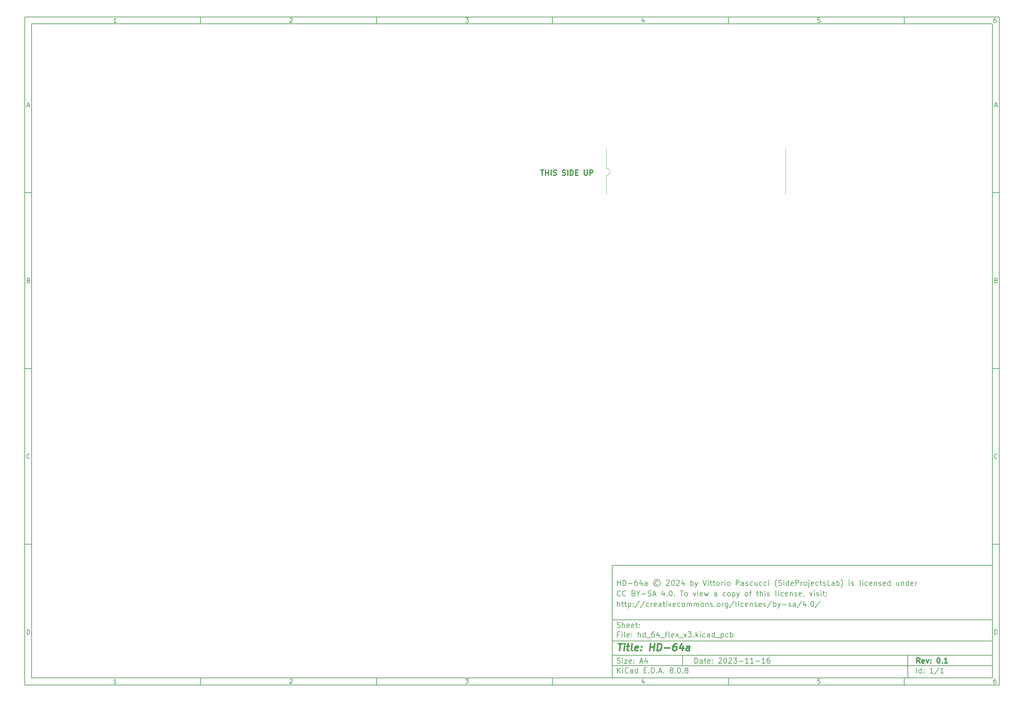
<source format=gbr>
%TF.GenerationSoftware,KiCad,Pcbnew,8.0.8*%
%TF.CreationDate,2025-03-17T16:40:44+01:00*%
%TF.ProjectId,hd_64_flex_v3,68645f36-345f-4666-9c65-785f76332e6b,0.1*%
%TF.SameCoordinates,PXd801da0PY3c45b00*%
%TF.FileFunction,Legend,Top*%
%TF.FilePolarity,Positive*%
%FSLAX46Y46*%
G04 Gerber Fmt 4.6, Leading zero omitted, Abs format (unit mm)*
G04 Created by KiCad (PCBNEW 8.0.8) date 2025-03-17 16:40:44*
%MOMM*%
%LPD*%
G01*
G04 APERTURE LIST*
%ADD10C,0.100000*%
%ADD11C,0.150000*%
%ADD12C,0.300000*%
%ADD13C,0.400000*%
%ADD14C,0.120000*%
G04 APERTURE END LIST*
D10*
D11*
X-49497800Y-102807200D02*
X58502200Y-102807200D01*
X58502200Y-134807200D01*
X-49497800Y-134807200D01*
X-49497800Y-102807200D01*
D10*
D11*
X-216500000Y53200000D02*
X60502200Y53200000D01*
X60502200Y-136807200D01*
X-216500000Y-136807200D01*
X-216500000Y53200000D01*
D10*
D11*
X-214500000Y51200000D02*
X58502200Y51200000D01*
X58502200Y-134807200D01*
X-214500000Y-134807200D01*
X-214500000Y51200000D01*
D10*
D11*
X-166500000Y51200000D02*
X-166500000Y53200000D01*
D10*
D11*
X-116500000Y51200000D02*
X-116500000Y53200000D01*
D10*
D11*
X-66500000Y51200000D02*
X-66500000Y53200000D01*
D10*
D11*
X-16500000Y51200000D02*
X-16500000Y53200000D01*
D10*
D11*
X33500000Y51200000D02*
X33500000Y53200000D01*
D10*
D11*
X-190410840Y51606396D02*
X-191153697Y51606396D01*
X-190782269Y51606396D02*
X-190782269Y52906396D01*
X-190782269Y52906396D02*
X-190906078Y52720681D01*
X-190906078Y52720681D02*
X-191029888Y52596872D01*
X-191029888Y52596872D02*
X-191153697Y52534967D01*
D10*
D11*
X-141153697Y52782586D02*
X-141091793Y52844491D01*
X-141091793Y52844491D02*
X-140967983Y52906396D01*
X-140967983Y52906396D02*
X-140658459Y52906396D01*
X-140658459Y52906396D02*
X-140534650Y52844491D01*
X-140534650Y52844491D02*
X-140472745Y52782586D01*
X-140472745Y52782586D02*
X-140410840Y52658777D01*
X-140410840Y52658777D02*
X-140410840Y52534967D01*
X-140410840Y52534967D02*
X-140472745Y52349253D01*
X-140472745Y52349253D02*
X-141215602Y51606396D01*
X-141215602Y51606396D02*
X-140410840Y51606396D01*
D10*
D11*
X-91215602Y52906396D02*
X-90410840Y52906396D01*
X-90410840Y52906396D02*
X-90844174Y52411158D01*
X-90844174Y52411158D02*
X-90658459Y52411158D01*
X-90658459Y52411158D02*
X-90534650Y52349253D01*
X-90534650Y52349253D02*
X-90472745Y52287348D01*
X-90472745Y52287348D02*
X-90410840Y52163539D01*
X-90410840Y52163539D02*
X-90410840Y51854015D01*
X-90410840Y51854015D02*
X-90472745Y51730205D01*
X-90472745Y51730205D02*
X-90534650Y51668300D01*
X-90534650Y51668300D02*
X-90658459Y51606396D01*
X-90658459Y51606396D02*
X-91029888Y51606396D01*
X-91029888Y51606396D02*
X-91153697Y51668300D01*
X-91153697Y51668300D02*
X-91215602Y51730205D01*
D10*
D11*
X-40534650Y52473062D02*
X-40534650Y51606396D01*
X-40844174Y52968300D02*
X-41153697Y52039729D01*
X-41153697Y52039729D02*
X-40348936Y52039729D01*
D10*
D11*
X9527255Y52906396D02*
X8908207Y52906396D01*
X8908207Y52906396D02*
X8846303Y52287348D01*
X8846303Y52287348D02*
X8908207Y52349253D01*
X8908207Y52349253D02*
X9032017Y52411158D01*
X9032017Y52411158D02*
X9341541Y52411158D01*
X9341541Y52411158D02*
X9465350Y52349253D01*
X9465350Y52349253D02*
X9527255Y52287348D01*
X9527255Y52287348D02*
X9589160Y52163539D01*
X9589160Y52163539D02*
X9589160Y51854015D01*
X9589160Y51854015D02*
X9527255Y51730205D01*
X9527255Y51730205D02*
X9465350Y51668300D01*
X9465350Y51668300D02*
X9341541Y51606396D01*
X9341541Y51606396D02*
X9032017Y51606396D01*
X9032017Y51606396D02*
X8908207Y51668300D01*
X8908207Y51668300D02*
X8846303Y51730205D01*
D10*
D11*
X59465350Y52906396D02*
X59217731Y52906396D01*
X59217731Y52906396D02*
X59093922Y52844491D01*
X59093922Y52844491D02*
X59032017Y52782586D01*
X59032017Y52782586D02*
X58908207Y52596872D01*
X58908207Y52596872D02*
X58846303Y52349253D01*
X58846303Y52349253D02*
X58846303Y51854015D01*
X58846303Y51854015D02*
X58908207Y51730205D01*
X58908207Y51730205D02*
X58970112Y51668300D01*
X58970112Y51668300D02*
X59093922Y51606396D01*
X59093922Y51606396D02*
X59341541Y51606396D01*
X59341541Y51606396D02*
X59465350Y51668300D01*
X59465350Y51668300D02*
X59527255Y51730205D01*
X59527255Y51730205D02*
X59589160Y51854015D01*
X59589160Y51854015D02*
X59589160Y52163539D01*
X59589160Y52163539D02*
X59527255Y52287348D01*
X59527255Y52287348D02*
X59465350Y52349253D01*
X59465350Y52349253D02*
X59341541Y52411158D01*
X59341541Y52411158D02*
X59093922Y52411158D01*
X59093922Y52411158D02*
X58970112Y52349253D01*
X58970112Y52349253D02*
X58908207Y52287348D01*
X58908207Y52287348D02*
X58846303Y52163539D01*
D10*
D11*
X-166500000Y-134807200D02*
X-166500000Y-136807200D01*
D10*
D11*
X-116500000Y-134807200D02*
X-116500000Y-136807200D01*
D10*
D11*
X-66500000Y-134807200D02*
X-66500000Y-136807200D01*
D10*
D11*
X-16500000Y-134807200D02*
X-16500000Y-136807200D01*
D10*
D11*
X33500000Y-134807200D02*
X33500000Y-136807200D01*
D10*
D11*
X-190410840Y-136400804D02*
X-191153697Y-136400804D01*
X-190782269Y-136400804D02*
X-190782269Y-135100804D01*
X-190782269Y-135100804D02*
X-190906078Y-135286519D01*
X-190906078Y-135286519D02*
X-191029888Y-135410328D01*
X-191029888Y-135410328D02*
X-191153697Y-135472233D01*
D10*
D11*
X-141153697Y-135224614D02*
X-141091793Y-135162709D01*
X-141091793Y-135162709D02*
X-140967983Y-135100804D01*
X-140967983Y-135100804D02*
X-140658459Y-135100804D01*
X-140658459Y-135100804D02*
X-140534650Y-135162709D01*
X-140534650Y-135162709D02*
X-140472745Y-135224614D01*
X-140472745Y-135224614D02*
X-140410840Y-135348423D01*
X-140410840Y-135348423D02*
X-140410840Y-135472233D01*
X-140410840Y-135472233D02*
X-140472745Y-135657947D01*
X-140472745Y-135657947D02*
X-141215602Y-136400804D01*
X-141215602Y-136400804D02*
X-140410840Y-136400804D01*
D10*
D11*
X-91215602Y-135100804D02*
X-90410840Y-135100804D01*
X-90410840Y-135100804D02*
X-90844174Y-135596042D01*
X-90844174Y-135596042D02*
X-90658459Y-135596042D01*
X-90658459Y-135596042D02*
X-90534650Y-135657947D01*
X-90534650Y-135657947D02*
X-90472745Y-135719852D01*
X-90472745Y-135719852D02*
X-90410840Y-135843661D01*
X-90410840Y-135843661D02*
X-90410840Y-136153185D01*
X-90410840Y-136153185D02*
X-90472745Y-136276995D01*
X-90472745Y-136276995D02*
X-90534650Y-136338900D01*
X-90534650Y-136338900D02*
X-90658459Y-136400804D01*
X-90658459Y-136400804D02*
X-91029888Y-136400804D01*
X-91029888Y-136400804D02*
X-91153697Y-136338900D01*
X-91153697Y-136338900D02*
X-91215602Y-136276995D01*
D10*
D11*
X-40534650Y-135534138D02*
X-40534650Y-136400804D01*
X-40844174Y-135038900D02*
X-41153697Y-135967471D01*
X-41153697Y-135967471D02*
X-40348936Y-135967471D01*
D10*
D11*
X9527255Y-135100804D02*
X8908207Y-135100804D01*
X8908207Y-135100804D02*
X8846303Y-135719852D01*
X8846303Y-135719852D02*
X8908207Y-135657947D01*
X8908207Y-135657947D02*
X9032017Y-135596042D01*
X9032017Y-135596042D02*
X9341541Y-135596042D01*
X9341541Y-135596042D02*
X9465350Y-135657947D01*
X9465350Y-135657947D02*
X9527255Y-135719852D01*
X9527255Y-135719852D02*
X9589160Y-135843661D01*
X9589160Y-135843661D02*
X9589160Y-136153185D01*
X9589160Y-136153185D02*
X9527255Y-136276995D01*
X9527255Y-136276995D02*
X9465350Y-136338900D01*
X9465350Y-136338900D02*
X9341541Y-136400804D01*
X9341541Y-136400804D02*
X9032017Y-136400804D01*
X9032017Y-136400804D02*
X8908207Y-136338900D01*
X8908207Y-136338900D02*
X8846303Y-136276995D01*
D10*
D11*
X59465350Y-135100804D02*
X59217731Y-135100804D01*
X59217731Y-135100804D02*
X59093922Y-135162709D01*
X59093922Y-135162709D02*
X59032017Y-135224614D01*
X59032017Y-135224614D02*
X58908207Y-135410328D01*
X58908207Y-135410328D02*
X58846303Y-135657947D01*
X58846303Y-135657947D02*
X58846303Y-136153185D01*
X58846303Y-136153185D02*
X58908207Y-136276995D01*
X58908207Y-136276995D02*
X58970112Y-136338900D01*
X58970112Y-136338900D02*
X59093922Y-136400804D01*
X59093922Y-136400804D02*
X59341541Y-136400804D01*
X59341541Y-136400804D02*
X59465350Y-136338900D01*
X59465350Y-136338900D02*
X59527255Y-136276995D01*
X59527255Y-136276995D02*
X59589160Y-136153185D01*
X59589160Y-136153185D02*
X59589160Y-135843661D01*
X59589160Y-135843661D02*
X59527255Y-135719852D01*
X59527255Y-135719852D02*
X59465350Y-135657947D01*
X59465350Y-135657947D02*
X59341541Y-135596042D01*
X59341541Y-135596042D02*
X59093922Y-135596042D01*
X59093922Y-135596042D02*
X58970112Y-135657947D01*
X58970112Y-135657947D02*
X58908207Y-135719852D01*
X58908207Y-135719852D02*
X58846303Y-135843661D01*
D10*
D11*
X-216500000Y3200000D02*
X-214500000Y3200000D01*
D10*
D11*
X-216500000Y-46800000D02*
X-214500000Y-46800000D01*
D10*
D11*
X-216500000Y-96800000D02*
X-214500000Y-96800000D01*
D10*
D11*
X-215809524Y27977824D02*
X-215190477Y27977824D01*
X-215933334Y27606396D02*
X-215500001Y28906396D01*
X-215500001Y28906396D02*
X-215066667Y27606396D01*
D10*
D11*
X-215407143Y-21712652D02*
X-215221429Y-21774557D01*
X-215221429Y-21774557D02*
X-215159524Y-21836461D01*
X-215159524Y-21836461D02*
X-215097620Y-21960271D01*
X-215097620Y-21960271D02*
X-215097620Y-22145985D01*
X-215097620Y-22145985D02*
X-215159524Y-22269795D01*
X-215159524Y-22269795D02*
X-215221429Y-22331700D01*
X-215221429Y-22331700D02*
X-215345239Y-22393604D01*
X-215345239Y-22393604D02*
X-215840477Y-22393604D01*
X-215840477Y-22393604D02*
X-215840477Y-21093604D01*
X-215840477Y-21093604D02*
X-215407143Y-21093604D01*
X-215407143Y-21093604D02*
X-215283334Y-21155509D01*
X-215283334Y-21155509D02*
X-215221429Y-21217414D01*
X-215221429Y-21217414D02*
X-215159524Y-21341223D01*
X-215159524Y-21341223D02*
X-215159524Y-21465033D01*
X-215159524Y-21465033D02*
X-215221429Y-21588842D01*
X-215221429Y-21588842D02*
X-215283334Y-21650747D01*
X-215283334Y-21650747D02*
X-215407143Y-21712652D01*
X-215407143Y-21712652D02*
X-215840477Y-21712652D01*
D10*
D11*
X-215097620Y-72269795D02*
X-215159524Y-72331700D01*
X-215159524Y-72331700D02*
X-215345239Y-72393604D01*
X-215345239Y-72393604D02*
X-215469048Y-72393604D01*
X-215469048Y-72393604D02*
X-215654762Y-72331700D01*
X-215654762Y-72331700D02*
X-215778572Y-72207890D01*
X-215778572Y-72207890D02*
X-215840477Y-72084080D01*
X-215840477Y-72084080D02*
X-215902381Y-71836461D01*
X-215902381Y-71836461D02*
X-215902381Y-71650747D01*
X-215902381Y-71650747D02*
X-215840477Y-71403128D01*
X-215840477Y-71403128D02*
X-215778572Y-71279319D01*
X-215778572Y-71279319D02*
X-215654762Y-71155509D01*
X-215654762Y-71155509D02*
X-215469048Y-71093604D01*
X-215469048Y-71093604D02*
X-215345239Y-71093604D01*
X-215345239Y-71093604D02*
X-215159524Y-71155509D01*
X-215159524Y-71155509D02*
X-215097620Y-71217414D01*
D10*
D11*
X-215840477Y-122393604D02*
X-215840477Y-121093604D01*
X-215840477Y-121093604D02*
X-215530953Y-121093604D01*
X-215530953Y-121093604D02*
X-215345239Y-121155509D01*
X-215345239Y-121155509D02*
X-215221429Y-121279319D01*
X-215221429Y-121279319D02*
X-215159524Y-121403128D01*
X-215159524Y-121403128D02*
X-215097620Y-121650747D01*
X-215097620Y-121650747D02*
X-215097620Y-121836461D01*
X-215097620Y-121836461D02*
X-215159524Y-122084080D01*
X-215159524Y-122084080D02*
X-215221429Y-122207890D01*
X-215221429Y-122207890D02*
X-215345239Y-122331700D01*
X-215345239Y-122331700D02*
X-215530953Y-122393604D01*
X-215530953Y-122393604D02*
X-215840477Y-122393604D01*
D10*
D11*
X60502200Y3200000D02*
X58502200Y3200000D01*
D10*
D11*
X60502200Y-46800000D02*
X58502200Y-46800000D01*
D10*
D11*
X60502200Y-96800000D02*
X58502200Y-96800000D01*
D10*
D11*
X59192676Y27977824D02*
X59811723Y27977824D01*
X59068866Y27606396D02*
X59502199Y28906396D01*
X59502199Y28906396D02*
X59935533Y27606396D01*
D10*
D11*
X59595057Y-21712652D02*
X59780771Y-21774557D01*
X59780771Y-21774557D02*
X59842676Y-21836461D01*
X59842676Y-21836461D02*
X59904580Y-21960271D01*
X59904580Y-21960271D02*
X59904580Y-22145985D01*
X59904580Y-22145985D02*
X59842676Y-22269795D01*
X59842676Y-22269795D02*
X59780771Y-22331700D01*
X59780771Y-22331700D02*
X59656961Y-22393604D01*
X59656961Y-22393604D02*
X59161723Y-22393604D01*
X59161723Y-22393604D02*
X59161723Y-21093604D01*
X59161723Y-21093604D02*
X59595057Y-21093604D01*
X59595057Y-21093604D02*
X59718866Y-21155509D01*
X59718866Y-21155509D02*
X59780771Y-21217414D01*
X59780771Y-21217414D02*
X59842676Y-21341223D01*
X59842676Y-21341223D02*
X59842676Y-21465033D01*
X59842676Y-21465033D02*
X59780771Y-21588842D01*
X59780771Y-21588842D02*
X59718866Y-21650747D01*
X59718866Y-21650747D02*
X59595057Y-21712652D01*
X59595057Y-21712652D02*
X59161723Y-21712652D01*
D10*
D11*
X59904580Y-72269795D02*
X59842676Y-72331700D01*
X59842676Y-72331700D02*
X59656961Y-72393604D01*
X59656961Y-72393604D02*
X59533152Y-72393604D01*
X59533152Y-72393604D02*
X59347438Y-72331700D01*
X59347438Y-72331700D02*
X59223628Y-72207890D01*
X59223628Y-72207890D02*
X59161723Y-72084080D01*
X59161723Y-72084080D02*
X59099819Y-71836461D01*
X59099819Y-71836461D02*
X59099819Y-71650747D01*
X59099819Y-71650747D02*
X59161723Y-71403128D01*
X59161723Y-71403128D02*
X59223628Y-71279319D01*
X59223628Y-71279319D02*
X59347438Y-71155509D01*
X59347438Y-71155509D02*
X59533152Y-71093604D01*
X59533152Y-71093604D02*
X59656961Y-71093604D01*
X59656961Y-71093604D02*
X59842676Y-71155509D01*
X59842676Y-71155509D02*
X59904580Y-71217414D01*
D10*
D11*
X59161723Y-122393604D02*
X59161723Y-121093604D01*
X59161723Y-121093604D02*
X59471247Y-121093604D01*
X59471247Y-121093604D02*
X59656961Y-121155509D01*
X59656961Y-121155509D02*
X59780771Y-121279319D01*
X59780771Y-121279319D02*
X59842676Y-121403128D01*
X59842676Y-121403128D02*
X59904580Y-121650747D01*
X59904580Y-121650747D02*
X59904580Y-121836461D01*
X59904580Y-121836461D02*
X59842676Y-122084080D01*
X59842676Y-122084080D02*
X59780771Y-122207890D01*
X59780771Y-122207890D02*
X59656961Y-122331700D01*
X59656961Y-122331700D02*
X59471247Y-122393604D01*
X59471247Y-122393604D02*
X59161723Y-122393604D01*
D10*
D11*
X-26041974Y-130593328D02*
X-26041974Y-129093328D01*
X-26041974Y-129093328D02*
X-25684831Y-129093328D01*
X-25684831Y-129093328D02*
X-25470545Y-129164757D01*
X-25470545Y-129164757D02*
X-25327688Y-129307614D01*
X-25327688Y-129307614D02*
X-25256259Y-129450471D01*
X-25256259Y-129450471D02*
X-25184831Y-129736185D01*
X-25184831Y-129736185D02*
X-25184831Y-129950471D01*
X-25184831Y-129950471D02*
X-25256259Y-130236185D01*
X-25256259Y-130236185D02*
X-25327688Y-130379042D01*
X-25327688Y-130379042D02*
X-25470545Y-130521900D01*
X-25470545Y-130521900D02*
X-25684831Y-130593328D01*
X-25684831Y-130593328D02*
X-26041974Y-130593328D01*
X-23899116Y-130593328D02*
X-23899116Y-129807614D01*
X-23899116Y-129807614D02*
X-23970545Y-129664757D01*
X-23970545Y-129664757D02*
X-24113402Y-129593328D01*
X-24113402Y-129593328D02*
X-24399116Y-129593328D01*
X-24399116Y-129593328D02*
X-24541974Y-129664757D01*
X-23899116Y-130521900D02*
X-24041974Y-130593328D01*
X-24041974Y-130593328D02*
X-24399116Y-130593328D01*
X-24399116Y-130593328D02*
X-24541974Y-130521900D01*
X-24541974Y-130521900D02*
X-24613402Y-130379042D01*
X-24613402Y-130379042D02*
X-24613402Y-130236185D01*
X-24613402Y-130236185D02*
X-24541974Y-130093328D01*
X-24541974Y-130093328D02*
X-24399116Y-130021900D01*
X-24399116Y-130021900D02*
X-24041974Y-130021900D01*
X-24041974Y-130021900D02*
X-23899116Y-129950471D01*
X-23399116Y-129593328D02*
X-22827688Y-129593328D01*
X-23184831Y-129093328D02*
X-23184831Y-130379042D01*
X-23184831Y-130379042D02*
X-23113402Y-130521900D01*
X-23113402Y-130521900D02*
X-22970545Y-130593328D01*
X-22970545Y-130593328D02*
X-22827688Y-130593328D01*
X-21756259Y-130521900D02*
X-21899116Y-130593328D01*
X-21899116Y-130593328D02*
X-22184830Y-130593328D01*
X-22184830Y-130593328D02*
X-22327688Y-130521900D01*
X-22327688Y-130521900D02*
X-22399116Y-130379042D01*
X-22399116Y-130379042D02*
X-22399116Y-129807614D01*
X-22399116Y-129807614D02*
X-22327688Y-129664757D01*
X-22327688Y-129664757D02*
X-22184830Y-129593328D01*
X-22184830Y-129593328D02*
X-21899116Y-129593328D01*
X-21899116Y-129593328D02*
X-21756259Y-129664757D01*
X-21756259Y-129664757D02*
X-21684830Y-129807614D01*
X-21684830Y-129807614D02*
X-21684830Y-129950471D01*
X-21684830Y-129950471D02*
X-22399116Y-130093328D01*
X-21041974Y-130450471D02*
X-20970545Y-130521900D01*
X-20970545Y-130521900D02*
X-21041974Y-130593328D01*
X-21041974Y-130593328D02*
X-21113402Y-130521900D01*
X-21113402Y-130521900D02*
X-21041974Y-130450471D01*
X-21041974Y-130450471D02*
X-21041974Y-130593328D01*
X-21041974Y-129664757D02*
X-20970545Y-129736185D01*
X-20970545Y-129736185D02*
X-21041974Y-129807614D01*
X-21041974Y-129807614D02*
X-21113402Y-129736185D01*
X-21113402Y-129736185D02*
X-21041974Y-129664757D01*
X-21041974Y-129664757D02*
X-21041974Y-129807614D01*
X-19256259Y-129236185D02*
X-19184831Y-129164757D01*
X-19184831Y-129164757D02*
X-19041973Y-129093328D01*
X-19041973Y-129093328D02*
X-18684831Y-129093328D01*
X-18684831Y-129093328D02*
X-18541973Y-129164757D01*
X-18541973Y-129164757D02*
X-18470545Y-129236185D01*
X-18470545Y-129236185D02*
X-18399116Y-129379042D01*
X-18399116Y-129379042D02*
X-18399116Y-129521900D01*
X-18399116Y-129521900D02*
X-18470545Y-129736185D01*
X-18470545Y-129736185D02*
X-19327688Y-130593328D01*
X-19327688Y-130593328D02*
X-18399116Y-130593328D01*
X-17470545Y-129093328D02*
X-17327688Y-129093328D01*
X-17327688Y-129093328D02*
X-17184831Y-129164757D01*
X-17184831Y-129164757D02*
X-17113402Y-129236185D01*
X-17113402Y-129236185D02*
X-17041974Y-129379042D01*
X-17041974Y-129379042D02*
X-16970545Y-129664757D01*
X-16970545Y-129664757D02*
X-16970545Y-130021900D01*
X-16970545Y-130021900D02*
X-17041974Y-130307614D01*
X-17041974Y-130307614D02*
X-17113402Y-130450471D01*
X-17113402Y-130450471D02*
X-17184831Y-130521900D01*
X-17184831Y-130521900D02*
X-17327688Y-130593328D01*
X-17327688Y-130593328D02*
X-17470545Y-130593328D01*
X-17470545Y-130593328D02*
X-17613402Y-130521900D01*
X-17613402Y-130521900D02*
X-17684831Y-130450471D01*
X-17684831Y-130450471D02*
X-17756260Y-130307614D01*
X-17756260Y-130307614D02*
X-17827688Y-130021900D01*
X-17827688Y-130021900D02*
X-17827688Y-129664757D01*
X-17827688Y-129664757D02*
X-17756260Y-129379042D01*
X-17756260Y-129379042D02*
X-17684831Y-129236185D01*
X-17684831Y-129236185D02*
X-17613402Y-129164757D01*
X-17613402Y-129164757D02*
X-17470545Y-129093328D01*
X-16399117Y-129236185D02*
X-16327689Y-129164757D01*
X-16327689Y-129164757D02*
X-16184831Y-129093328D01*
X-16184831Y-129093328D02*
X-15827689Y-129093328D01*
X-15827689Y-129093328D02*
X-15684831Y-129164757D01*
X-15684831Y-129164757D02*
X-15613403Y-129236185D01*
X-15613403Y-129236185D02*
X-15541974Y-129379042D01*
X-15541974Y-129379042D02*
X-15541974Y-129521900D01*
X-15541974Y-129521900D02*
X-15613403Y-129736185D01*
X-15613403Y-129736185D02*
X-16470546Y-130593328D01*
X-16470546Y-130593328D02*
X-15541974Y-130593328D01*
X-15041975Y-129093328D02*
X-14113403Y-129093328D01*
X-14113403Y-129093328D02*
X-14613403Y-129664757D01*
X-14613403Y-129664757D02*
X-14399118Y-129664757D01*
X-14399118Y-129664757D02*
X-14256260Y-129736185D01*
X-14256260Y-129736185D02*
X-14184832Y-129807614D01*
X-14184832Y-129807614D02*
X-14113403Y-129950471D01*
X-14113403Y-129950471D02*
X-14113403Y-130307614D01*
X-14113403Y-130307614D02*
X-14184832Y-130450471D01*
X-14184832Y-130450471D02*
X-14256260Y-130521900D01*
X-14256260Y-130521900D02*
X-14399118Y-130593328D01*
X-14399118Y-130593328D02*
X-14827689Y-130593328D01*
X-14827689Y-130593328D02*
X-14970546Y-130521900D01*
X-14970546Y-130521900D02*
X-15041975Y-130450471D01*
X-13470547Y-130021900D02*
X-12327689Y-130021900D01*
X-10827689Y-130593328D02*
X-11684832Y-130593328D01*
X-11256261Y-130593328D02*
X-11256261Y-129093328D01*
X-11256261Y-129093328D02*
X-11399118Y-129307614D01*
X-11399118Y-129307614D02*
X-11541975Y-129450471D01*
X-11541975Y-129450471D02*
X-11684832Y-129521900D01*
X-9399118Y-130593328D02*
X-10256261Y-130593328D01*
X-9827690Y-130593328D02*
X-9827690Y-129093328D01*
X-9827690Y-129093328D02*
X-9970547Y-129307614D01*
X-9970547Y-129307614D02*
X-10113404Y-129450471D01*
X-10113404Y-129450471D02*
X-10256261Y-129521900D01*
X-8756262Y-130021900D02*
X-7613404Y-130021900D01*
X-6113404Y-130593328D02*
X-6970547Y-130593328D01*
X-6541976Y-130593328D02*
X-6541976Y-129093328D01*
X-6541976Y-129093328D02*
X-6684833Y-129307614D01*
X-6684833Y-129307614D02*
X-6827690Y-129450471D01*
X-6827690Y-129450471D02*
X-6970547Y-129521900D01*
X-4827690Y-129093328D02*
X-5113405Y-129093328D01*
X-5113405Y-129093328D02*
X-5256262Y-129164757D01*
X-5256262Y-129164757D02*
X-5327690Y-129236185D01*
X-5327690Y-129236185D02*
X-5470548Y-129450471D01*
X-5470548Y-129450471D02*
X-5541976Y-129736185D01*
X-5541976Y-129736185D02*
X-5541976Y-130307614D01*
X-5541976Y-130307614D02*
X-5470548Y-130450471D01*
X-5470548Y-130450471D02*
X-5399119Y-130521900D01*
X-5399119Y-130521900D02*
X-5256262Y-130593328D01*
X-5256262Y-130593328D02*
X-4970548Y-130593328D01*
X-4970548Y-130593328D02*
X-4827690Y-130521900D01*
X-4827690Y-130521900D02*
X-4756262Y-130450471D01*
X-4756262Y-130450471D02*
X-4684833Y-130307614D01*
X-4684833Y-130307614D02*
X-4684833Y-129950471D01*
X-4684833Y-129950471D02*
X-4756262Y-129807614D01*
X-4756262Y-129807614D02*
X-4827690Y-129736185D01*
X-4827690Y-129736185D02*
X-4970548Y-129664757D01*
X-4970548Y-129664757D02*
X-5256262Y-129664757D01*
X-5256262Y-129664757D02*
X-5399119Y-129736185D01*
X-5399119Y-129736185D02*
X-5470548Y-129807614D01*
X-5470548Y-129807614D02*
X-5541976Y-129950471D01*
D10*
D11*
X-49497800Y-131307200D02*
X58502200Y-131307200D01*
D10*
D11*
X-48041974Y-133393328D02*
X-48041974Y-131893328D01*
X-47184831Y-133393328D02*
X-47827688Y-132536185D01*
X-47184831Y-131893328D02*
X-48041974Y-132750471D01*
X-46541974Y-133393328D02*
X-46541974Y-132393328D01*
X-46541974Y-131893328D02*
X-46613402Y-131964757D01*
X-46613402Y-131964757D02*
X-46541974Y-132036185D01*
X-46541974Y-132036185D02*
X-46470545Y-131964757D01*
X-46470545Y-131964757D02*
X-46541974Y-131893328D01*
X-46541974Y-131893328D02*
X-46541974Y-132036185D01*
X-44970545Y-133250471D02*
X-45041973Y-133321900D01*
X-45041973Y-133321900D02*
X-45256259Y-133393328D01*
X-45256259Y-133393328D02*
X-45399116Y-133393328D01*
X-45399116Y-133393328D02*
X-45613402Y-133321900D01*
X-45613402Y-133321900D02*
X-45756259Y-133179042D01*
X-45756259Y-133179042D02*
X-45827688Y-133036185D01*
X-45827688Y-133036185D02*
X-45899116Y-132750471D01*
X-45899116Y-132750471D02*
X-45899116Y-132536185D01*
X-45899116Y-132536185D02*
X-45827688Y-132250471D01*
X-45827688Y-132250471D02*
X-45756259Y-132107614D01*
X-45756259Y-132107614D02*
X-45613402Y-131964757D01*
X-45613402Y-131964757D02*
X-45399116Y-131893328D01*
X-45399116Y-131893328D02*
X-45256259Y-131893328D01*
X-45256259Y-131893328D02*
X-45041973Y-131964757D01*
X-45041973Y-131964757D02*
X-44970545Y-132036185D01*
X-43684830Y-133393328D02*
X-43684830Y-132607614D01*
X-43684830Y-132607614D02*
X-43756259Y-132464757D01*
X-43756259Y-132464757D02*
X-43899116Y-132393328D01*
X-43899116Y-132393328D02*
X-44184830Y-132393328D01*
X-44184830Y-132393328D02*
X-44327688Y-132464757D01*
X-43684830Y-133321900D02*
X-43827688Y-133393328D01*
X-43827688Y-133393328D02*
X-44184830Y-133393328D01*
X-44184830Y-133393328D02*
X-44327688Y-133321900D01*
X-44327688Y-133321900D02*
X-44399116Y-133179042D01*
X-44399116Y-133179042D02*
X-44399116Y-133036185D01*
X-44399116Y-133036185D02*
X-44327688Y-132893328D01*
X-44327688Y-132893328D02*
X-44184830Y-132821900D01*
X-44184830Y-132821900D02*
X-43827688Y-132821900D01*
X-43827688Y-132821900D02*
X-43684830Y-132750471D01*
X-42327687Y-133393328D02*
X-42327687Y-131893328D01*
X-42327687Y-133321900D02*
X-42470545Y-133393328D01*
X-42470545Y-133393328D02*
X-42756259Y-133393328D01*
X-42756259Y-133393328D02*
X-42899116Y-133321900D01*
X-42899116Y-133321900D02*
X-42970545Y-133250471D01*
X-42970545Y-133250471D02*
X-43041973Y-133107614D01*
X-43041973Y-133107614D02*
X-43041973Y-132679042D01*
X-43041973Y-132679042D02*
X-42970545Y-132536185D01*
X-42970545Y-132536185D02*
X-42899116Y-132464757D01*
X-42899116Y-132464757D02*
X-42756259Y-132393328D01*
X-42756259Y-132393328D02*
X-42470545Y-132393328D01*
X-42470545Y-132393328D02*
X-42327687Y-132464757D01*
X-40470545Y-132607614D02*
X-39970545Y-132607614D01*
X-39756259Y-133393328D02*
X-40470545Y-133393328D01*
X-40470545Y-133393328D02*
X-40470545Y-131893328D01*
X-40470545Y-131893328D02*
X-39756259Y-131893328D01*
X-39113402Y-133250471D02*
X-39041973Y-133321900D01*
X-39041973Y-133321900D02*
X-39113402Y-133393328D01*
X-39113402Y-133393328D02*
X-39184830Y-133321900D01*
X-39184830Y-133321900D02*
X-39113402Y-133250471D01*
X-39113402Y-133250471D02*
X-39113402Y-133393328D01*
X-38399116Y-133393328D02*
X-38399116Y-131893328D01*
X-38399116Y-131893328D02*
X-38041973Y-131893328D01*
X-38041973Y-131893328D02*
X-37827687Y-131964757D01*
X-37827687Y-131964757D02*
X-37684830Y-132107614D01*
X-37684830Y-132107614D02*
X-37613401Y-132250471D01*
X-37613401Y-132250471D02*
X-37541973Y-132536185D01*
X-37541973Y-132536185D02*
X-37541973Y-132750471D01*
X-37541973Y-132750471D02*
X-37613401Y-133036185D01*
X-37613401Y-133036185D02*
X-37684830Y-133179042D01*
X-37684830Y-133179042D02*
X-37827687Y-133321900D01*
X-37827687Y-133321900D02*
X-38041973Y-133393328D01*
X-38041973Y-133393328D02*
X-38399116Y-133393328D01*
X-36899116Y-133250471D02*
X-36827687Y-133321900D01*
X-36827687Y-133321900D02*
X-36899116Y-133393328D01*
X-36899116Y-133393328D02*
X-36970544Y-133321900D01*
X-36970544Y-133321900D02*
X-36899116Y-133250471D01*
X-36899116Y-133250471D02*
X-36899116Y-133393328D01*
X-36256258Y-132964757D02*
X-35541972Y-132964757D01*
X-36399115Y-133393328D02*
X-35899115Y-131893328D01*
X-35899115Y-131893328D02*
X-35399115Y-133393328D01*
X-34899116Y-133250471D02*
X-34827687Y-133321900D01*
X-34827687Y-133321900D02*
X-34899116Y-133393328D01*
X-34899116Y-133393328D02*
X-34970544Y-133321900D01*
X-34970544Y-133321900D02*
X-34899116Y-133250471D01*
X-34899116Y-133250471D02*
X-34899116Y-133393328D01*
X-32827687Y-132536185D02*
X-32970544Y-132464757D01*
X-32970544Y-132464757D02*
X-33041973Y-132393328D01*
X-33041973Y-132393328D02*
X-33113401Y-132250471D01*
X-33113401Y-132250471D02*
X-33113401Y-132179042D01*
X-33113401Y-132179042D02*
X-33041973Y-132036185D01*
X-33041973Y-132036185D02*
X-32970544Y-131964757D01*
X-32970544Y-131964757D02*
X-32827687Y-131893328D01*
X-32827687Y-131893328D02*
X-32541973Y-131893328D01*
X-32541973Y-131893328D02*
X-32399115Y-131964757D01*
X-32399115Y-131964757D02*
X-32327687Y-132036185D01*
X-32327687Y-132036185D02*
X-32256258Y-132179042D01*
X-32256258Y-132179042D02*
X-32256258Y-132250471D01*
X-32256258Y-132250471D02*
X-32327687Y-132393328D01*
X-32327687Y-132393328D02*
X-32399115Y-132464757D01*
X-32399115Y-132464757D02*
X-32541973Y-132536185D01*
X-32541973Y-132536185D02*
X-32827687Y-132536185D01*
X-32827687Y-132536185D02*
X-32970544Y-132607614D01*
X-32970544Y-132607614D02*
X-33041973Y-132679042D01*
X-33041973Y-132679042D02*
X-33113401Y-132821900D01*
X-33113401Y-132821900D02*
X-33113401Y-133107614D01*
X-33113401Y-133107614D02*
X-33041973Y-133250471D01*
X-33041973Y-133250471D02*
X-32970544Y-133321900D01*
X-32970544Y-133321900D02*
X-32827687Y-133393328D01*
X-32827687Y-133393328D02*
X-32541973Y-133393328D01*
X-32541973Y-133393328D02*
X-32399115Y-133321900D01*
X-32399115Y-133321900D02*
X-32327687Y-133250471D01*
X-32327687Y-133250471D02*
X-32256258Y-133107614D01*
X-32256258Y-133107614D02*
X-32256258Y-132821900D01*
X-32256258Y-132821900D02*
X-32327687Y-132679042D01*
X-32327687Y-132679042D02*
X-32399115Y-132607614D01*
X-32399115Y-132607614D02*
X-32541973Y-132536185D01*
X-31613402Y-133250471D02*
X-31541973Y-133321900D01*
X-31541973Y-133321900D02*
X-31613402Y-133393328D01*
X-31613402Y-133393328D02*
X-31684830Y-133321900D01*
X-31684830Y-133321900D02*
X-31613402Y-133250471D01*
X-31613402Y-133250471D02*
X-31613402Y-133393328D01*
X-30613401Y-131893328D02*
X-30470544Y-131893328D01*
X-30470544Y-131893328D02*
X-30327687Y-131964757D01*
X-30327687Y-131964757D02*
X-30256258Y-132036185D01*
X-30256258Y-132036185D02*
X-30184830Y-132179042D01*
X-30184830Y-132179042D02*
X-30113401Y-132464757D01*
X-30113401Y-132464757D02*
X-30113401Y-132821900D01*
X-30113401Y-132821900D02*
X-30184830Y-133107614D01*
X-30184830Y-133107614D02*
X-30256258Y-133250471D01*
X-30256258Y-133250471D02*
X-30327687Y-133321900D01*
X-30327687Y-133321900D02*
X-30470544Y-133393328D01*
X-30470544Y-133393328D02*
X-30613401Y-133393328D01*
X-30613401Y-133393328D02*
X-30756258Y-133321900D01*
X-30756258Y-133321900D02*
X-30827687Y-133250471D01*
X-30827687Y-133250471D02*
X-30899116Y-133107614D01*
X-30899116Y-133107614D02*
X-30970544Y-132821900D01*
X-30970544Y-132821900D02*
X-30970544Y-132464757D01*
X-30970544Y-132464757D02*
X-30899116Y-132179042D01*
X-30899116Y-132179042D02*
X-30827687Y-132036185D01*
X-30827687Y-132036185D02*
X-30756258Y-131964757D01*
X-30756258Y-131964757D02*
X-30613401Y-131893328D01*
X-29470545Y-133250471D02*
X-29399116Y-133321900D01*
X-29399116Y-133321900D02*
X-29470545Y-133393328D01*
X-29470545Y-133393328D02*
X-29541973Y-133321900D01*
X-29541973Y-133321900D02*
X-29470545Y-133250471D01*
X-29470545Y-133250471D02*
X-29470545Y-133393328D01*
X-28541973Y-132536185D02*
X-28684830Y-132464757D01*
X-28684830Y-132464757D02*
X-28756259Y-132393328D01*
X-28756259Y-132393328D02*
X-28827687Y-132250471D01*
X-28827687Y-132250471D02*
X-28827687Y-132179042D01*
X-28827687Y-132179042D02*
X-28756259Y-132036185D01*
X-28756259Y-132036185D02*
X-28684830Y-131964757D01*
X-28684830Y-131964757D02*
X-28541973Y-131893328D01*
X-28541973Y-131893328D02*
X-28256259Y-131893328D01*
X-28256259Y-131893328D02*
X-28113401Y-131964757D01*
X-28113401Y-131964757D02*
X-28041973Y-132036185D01*
X-28041973Y-132036185D02*
X-27970544Y-132179042D01*
X-27970544Y-132179042D02*
X-27970544Y-132250471D01*
X-27970544Y-132250471D02*
X-28041973Y-132393328D01*
X-28041973Y-132393328D02*
X-28113401Y-132464757D01*
X-28113401Y-132464757D02*
X-28256259Y-132536185D01*
X-28256259Y-132536185D02*
X-28541973Y-132536185D01*
X-28541973Y-132536185D02*
X-28684830Y-132607614D01*
X-28684830Y-132607614D02*
X-28756259Y-132679042D01*
X-28756259Y-132679042D02*
X-28827687Y-132821900D01*
X-28827687Y-132821900D02*
X-28827687Y-133107614D01*
X-28827687Y-133107614D02*
X-28756259Y-133250471D01*
X-28756259Y-133250471D02*
X-28684830Y-133321900D01*
X-28684830Y-133321900D02*
X-28541973Y-133393328D01*
X-28541973Y-133393328D02*
X-28256259Y-133393328D01*
X-28256259Y-133393328D02*
X-28113401Y-133321900D01*
X-28113401Y-133321900D02*
X-28041973Y-133250471D01*
X-28041973Y-133250471D02*
X-27970544Y-133107614D01*
X-27970544Y-133107614D02*
X-27970544Y-132821900D01*
X-27970544Y-132821900D02*
X-28041973Y-132679042D01*
X-28041973Y-132679042D02*
X-28113401Y-132607614D01*
X-28113401Y-132607614D02*
X-28256259Y-132536185D01*
D10*
D11*
X-49497800Y-128307200D02*
X58502200Y-128307200D01*
D10*
D12*
X37913853Y-130585528D02*
X37413853Y-129871242D01*
X37056710Y-130585528D02*
X37056710Y-129085528D01*
X37056710Y-129085528D02*
X37628139Y-129085528D01*
X37628139Y-129085528D02*
X37770996Y-129156957D01*
X37770996Y-129156957D02*
X37842425Y-129228385D01*
X37842425Y-129228385D02*
X37913853Y-129371242D01*
X37913853Y-129371242D02*
X37913853Y-129585528D01*
X37913853Y-129585528D02*
X37842425Y-129728385D01*
X37842425Y-129728385D02*
X37770996Y-129799814D01*
X37770996Y-129799814D02*
X37628139Y-129871242D01*
X37628139Y-129871242D02*
X37056710Y-129871242D01*
X39128139Y-130514100D02*
X38985282Y-130585528D01*
X38985282Y-130585528D02*
X38699568Y-130585528D01*
X38699568Y-130585528D02*
X38556710Y-130514100D01*
X38556710Y-130514100D02*
X38485282Y-130371242D01*
X38485282Y-130371242D02*
X38485282Y-129799814D01*
X38485282Y-129799814D02*
X38556710Y-129656957D01*
X38556710Y-129656957D02*
X38699568Y-129585528D01*
X38699568Y-129585528D02*
X38985282Y-129585528D01*
X38985282Y-129585528D02*
X39128139Y-129656957D01*
X39128139Y-129656957D02*
X39199568Y-129799814D01*
X39199568Y-129799814D02*
X39199568Y-129942671D01*
X39199568Y-129942671D02*
X38485282Y-130085528D01*
X39699567Y-129585528D02*
X40056710Y-130585528D01*
X40056710Y-130585528D02*
X40413853Y-129585528D01*
X40985281Y-130442671D02*
X41056710Y-130514100D01*
X41056710Y-130514100D02*
X40985281Y-130585528D01*
X40985281Y-130585528D02*
X40913853Y-130514100D01*
X40913853Y-130514100D02*
X40985281Y-130442671D01*
X40985281Y-130442671D02*
X40985281Y-130585528D01*
X40985281Y-129656957D02*
X41056710Y-129728385D01*
X41056710Y-129728385D02*
X40985281Y-129799814D01*
X40985281Y-129799814D02*
X40913853Y-129728385D01*
X40913853Y-129728385D02*
X40985281Y-129656957D01*
X40985281Y-129656957D02*
X40985281Y-129799814D01*
X43128139Y-129085528D02*
X43270996Y-129085528D01*
X43270996Y-129085528D02*
X43413853Y-129156957D01*
X43413853Y-129156957D02*
X43485282Y-129228385D01*
X43485282Y-129228385D02*
X43556710Y-129371242D01*
X43556710Y-129371242D02*
X43628139Y-129656957D01*
X43628139Y-129656957D02*
X43628139Y-130014100D01*
X43628139Y-130014100D02*
X43556710Y-130299814D01*
X43556710Y-130299814D02*
X43485282Y-130442671D01*
X43485282Y-130442671D02*
X43413853Y-130514100D01*
X43413853Y-130514100D02*
X43270996Y-130585528D01*
X43270996Y-130585528D02*
X43128139Y-130585528D01*
X43128139Y-130585528D02*
X42985282Y-130514100D01*
X42985282Y-130514100D02*
X42913853Y-130442671D01*
X42913853Y-130442671D02*
X42842424Y-130299814D01*
X42842424Y-130299814D02*
X42770996Y-130014100D01*
X42770996Y-130014100D02*
X42770996Y-129656957D01*
X42770996Y-129656957D02*
X42842424Y-129371242D01*
X42842424Y-129371242D02*
X42913853Y-129228385D01*
X42913853Y-129228385D02*
X42985282Y-129156957D01*
X42985282Y-129156957D02*
X43128139Y-129085528D01*
X44270995Y-130442671D02*
X44342424Y-130514100D01*
X44342424Y-130514100D02*
X44270995Y-130585528D01*
X44270995Y-130585528D02*
X44199567Y-130514100D01*
X44199567Y-130514100D02*
X44270995Y-130442671D01*
X44270995Y-130442671D02*
X44270995Y-130585528D01*
X45770996Y-130585528D02*
X44913853Y-130585528D01*
X45342424Y-130585528D02*
X45342424Y-129085528D01*
X45342424Y-129085528D02*
X45199567Y-129299814D01*
X45199567Y-129299814D02*
X45056710Y-129442671D01*
X45056710Y-129442671D02*
X44913853Y-129514100D01*
D10*
D11*
X-48113402Y-130521900D02*
X-47899116Y-130593328D01*
X-47899116Y-130593328D02*
X-47541974Y-130593328D01*
X-47541974Y-130593328D02*
X-47399116Y-130521900D01*
X-47399116Y-130521900D02*
X-47327688Y-130450471D01*
X-47327688Y-130450471D02*
X-47256259Y-130307614D01*
X-47256259Y-130307614D02*
X-47256259Y-130164757D01*
X-47256259Y-130164757D02*
X-47327688Y-130021900D01*
X-47327688Y-130021900D02*
X-47399116Y-129950471D01*
X-47399116Y-129950471D02*
X-47541974Y-129879042D01*
X-47541974Y-129879042D02*
X-47827688Y-129807614D01*
X-47827688Y-129807614D02*
X-47970545Y-129736185D01*
X-47970545Y-129736185D02*
X-48041974Y-129664757D01*
X-48041974Y-129664757D02*
X-48113402Y-129521900D01*
X-48113402Y-129521900D02*
X-48113402Y-129379042D01*
X-48113402Y-129379042D02*
X-48041974Y-129236185D01*
X-48041974Y-129236185D02*
X-47970545Y-129164757D01*
X-47970545Y-129164757D02*
X-47827688Y-129093328D01*
X-47827688Y-129093328D02*
X-47470545Y-129093328D01*
X-47470545Y-129093328D02*
X-47256259Y-129164757D01*
X-46613403Y-130593328D02*
X-46613403Y-129593328D01*
X-46613403Y-129093328D02*
X-46684831Y-129164757D01*
X-46684831Y-129164757D02*
X-46613403Y-129236185D01*
X-46613403Y-129236185D02*
X-46541974Y-129164757D01*
X-46541974Y-129164757D02*
X-46613403Y-129093328D01*
X-46613403Y-129093328D02*
X-46613403Y-129236185D01*
X-46041974Y-129593328D02*
X-45256259Y-129593328D01*
X-45256259Y-129593328D02*
X-46041974Y-130593328D01*
X-46041974Y-130593328D02*
X-45256259Y-130593328D01*
X-44113402Y-130521900D02*
X-44256259Y-130593328D01*
X-44256259Y-130593328D02*
X-44541973Y-130593328D01*
X-44541973Y-130593328D02*
X-44684831Y-130521900D01*
X-44684831Y-130521900D02*
X-44756259Y-130379042D01*
X-44756259Y-130379042D02*
X-44756259Y-129807614D01*
X-44756259Y-129807614D02*
X-44684831Y-129664757D01*
X-44684831Y-129664757D02*
X-44541973Y-129593328D01*
X-44541973Y-129593328D02*
X-44256259Y-129593328D01*
X-44256259Y-129593328D02*
X-44113402Y-129664757D01*
X-44113402Y-129664757D02*
X-44041973Y-129807614D01*
X-44041973Y-129807614D02*
X-44041973Y-129950471D01*
X-44041973Y-129950471D02*
X-44756259Y-130093328D01*
X-43399117Y-130450471D02*
X-43327688Y-130521900D01*
X-43327688Y-130521900D02*
X-43399117Y-130593328D01*
X-43399117Y-130593328D02*
X-43470545Y-130521900D01*
X-43470545Y-130521900D02*
X-43399117Y-130450471D01*
X-43399117Y-130450471D02*
X-43399117Y-130593328D01*
X-43399117Y-129664757D02*
X-43327688Y-129736185D01*
X-43327688Y-129736185D02*
X-43399117Y-129807614D01*
X-43399117Y-129807614D02*
X-43470545Y-129736185D01*
X-43470545Y-129736185D02*
X-43399117Y-129664757D01*
X-43399117Y-129664757D02*
X-43399117Y-129807614D01*
X-41613402Y-130164757D02*
X-40899116Y-130164757D01*
X-41756259Y-130593328D02*
X-41256259Y-129093328D01*
X-41256259Y-129093328D02*
X-40756259Y-130593328D01*
X-39613402Y-129593328D02*
X-39613402Y-130593328D01*
X-39970545Y-129021900D02*
X-40327688Y-130093328D01*
X-40327688Y-130093328D02*
X-39399117Y-130093328D01*
D10*
D11*
X36958026Y-133393328D02*
X36958026Y-131893328D01*
X38315170Y-133393328D02*
X38315170Y-131893328D01*
X38315170Y-133321900D02*
X38172312Y-133393328D01*
X38172312Y-133393328D02*
X37886598Y-133393328D01*
X37886598Y-133393328D02*
X37743741Y-133321900D01*
X37743741Y-133321900D02*
X37672312Y-133250471D01*
X37672312Y-133250471D02*
X37600884Y-133107614D01*
X37600884Y-133107614D02*
X37600884Y-132679042D01*
X37600884Y-132679042D02*
X37672312Y-132536185D01*
X37672312Y-132536185D02*
X37743741Y-132464757D01*
X37743741Y-132464757D02*
X37886598Y-132393328D01*
X37886598Y-132393328D02*
X38172312Y-132393328D01*
X38172312Y-132393328D02*
X38315170Y-132464757D01*
X39029455Y-133250471D02*
X39100884Y-133321900D01*
X39100884Y-133321900D02*
X39029455Y-133393328D01*
X39029455Y-133393328D02*
X38958027Y-133321900D01*
X38958027Y-133321900D02*
X39029455Y-133250471D01*
X39029455Y-133250471D02*
X39029455Y-133393328D01*
X39029455Y-132464757D02*
X39100884Y-132536185D01*
X39100884Y-132536185D02*
X39029455Y-132607614D01*
X39029455Y-132607614D02*
X38958027Y-132536185D01*
X38958027Y-132536185D02*
X39029455Y-132464757D01*
X39029455Y-132464757D02*
X39029455Y-132607614D01*
X41672313Y-133393328D02*
X40815170Y-133393328D01*
X41243741Y-133393328D02*
X41243741Y-131893328D01*
X41243741Y-131893328D02*
X41100884Y-132107614D01*
X41100884Y-132107614D02*
X40958027Y-132250471D01*
X40958027Y-132250471D02*
X40815170Y-132321900D01*
X43386598Y-131821900D02*
X42100884Y-133750471D01*
X44672313Y-133393328D02*
X43815170Y-133393328D01*
X44243741Y-133393328D02*
X44243741Y-131893328D01*
X44243741Y-131893328D02*
X44100884Y-132107614D01*
X44100884Y-132107614D02*
X43958027Y-132250471D01*
X43958027Y-132250471D02*
X43815170Y-132321900D01*
D10*
D11*
X-49497800Y-124307200D02*
X58502200Y-124307200D01*
D10*
D13*
X-47806072Y-125011638D02*
X-46663215Y-125011638D01*
X-47484643Y-127011638D02*
X-47234643Y-125011638D01*
X-46246548Y-127011638D02*
X-46079881Y-125678304D01*
X-45996548Y-125011638D02*
X-46103691Y-125106876D01*
X-46103691Y-125106876D02*
X-46020357Y-125202114D01*
X-46020357Y-125202114D02*
X-45913214Y-125106876D01*
X-45913214Y-125106876D02*
X-45996548Y-125011638D01*
X-45996548Y-125011638D02*
X-46020357Y-125202114D01*
X-45413214Y-125678304D02*
X-44651310Y-125678304D01*
X-45044167Y-125011638D02*
X-45258452Y-126725923D01*
X-45258452Y-126725923D02*
X-45187024Y-126916400D01*
X-45187024Y-126916400D02*
X-45008452Y-127011638D01*
X-45008452Y-127011638D02*
X-44817976Y-127011638D01*
X-43865595Y-127011638D02*
X-44044167Y-126916400D01*
X-44044167Y-126916400D02*
X-44115595Y-126725923D01*
X-44115595Y-126725923D02*
X-43901310Y-125011638D01*
X-42329881Y-126916400D02*
X-42532262Y-127011638D01*
X-42532262Y-127011638D02*
X-42913215Y-127011638D01*
X-42913215Y-127011638D02*
X-43091786Y-126916400D01*
X-43091786Y-126916400D02*
X-43163215Y-126725923D01*
X-43163215Y-126725923D02*
X-43067976Y-125964019D01*
X-43067976Y-125964019D02*
X-42948929Y-125773542D01*
X-42948929Y-125773542D02*
X-42746548Y-125678304D01*
X-42746548Y-125678304D02*
X-42365596Y-125678304D01*
X-42365596Y-125678304D02*
X-42187024Y-125773542D01*
X-42187024Y-125773542D02*
X-42115596Y-125964019D01*
X-42115596Y-125964019D02*
X-42139405Y-126154495D01*
X-42139405Y-126154495D02*
X-43115596Y-126344971D01*
X-41365595Y-126821161D02*
X-41282262Y-126916400D01*
X-41282262Y-126916400D02*
X-41389405Y-127011638D01*
X-41389405Y-127011638D02*
X-41472738Y-126916400D01*
X-41472738Y-126916400D02*
X-41365595Y-126821161D01*
X-41365595Y-126821161D02*
X-41389405Y-127011638D01*
X-41234643Y-125773542D02*
X-41151310Y-125868780D01*
X-41151310Y-125868780D02*
X-41258452Y-125964019D01*
X-41258452Y-125964019D02*
X-41341786Y-125868780D01*
X-41341786Y-125868780D02*
X-41234643Y-125773542D01*
X-41234643Y-125773542D02*
X-41258452Y-125964019D01*
X-38913214Y-127011638D02*
X-38663214Y-125011638D01*
X-38782261Y-125964019D02*
X-37639404Y-125964019D01*
X-37770357Y-127011638D02*
X-37520357Y-125011638D01*
X-36817976Y-127011638D02*
X-36567976Y-125011638D01*
X-36567976Y-125011638D02*
X-36091785Y-125011638D01*
X-36091785Y-125011638D02*
X-35817976Y-125106876D01*
X-35817976Y-125106876D02*
X-35651309Y-125297352D01*
X-35651309Y-125297352D02*
X-35579881Y-125487828D01*
X-35579881Y-125487828D02*
X-35532261Y-125868780D01*
X-35532261Y-125868780D02*
X-35567976Y-126154495D01*
X-35567976Y-126154495D02*
X-35710833Y-126535447D01*
X-35710833Y-126535447D02*
X-35829881Y-126725923D01*
X-35829881Y-126725923D02*
X-36044166Y-126916400D01*
X-36044166Y-126916400D02*
X-36341785Y-127011638D01*
X-36341785Y-127011638D02*
X-36817976Y-127011638D01*
X-34722738Y-126249733D02*
X-33198928Y-126249733D01*
X-31234643Y-125011638D02*
X-31615595Y-125011638D01*
X-31615595Y-125011638D02*
X-31817976Y-125106876D01*
X-31817976Y-125106876D02*
X-31925119Y-125202114D01*
X-31925119Y-125202114D02*
X-32151310Y-125487828D01*
X-32151310Y-125487828D02*
X-32294167Y-125868780D01*
X-32294167Y-125868780D02*
X-32389405Y-126630685D01*
X-32389405Y-126630685D02*
X-32317976Y-126821161D01*
X-32317976Y-126821161D02*
X-32234643Y-126916400D01*
X-32234643Y-126916400D02*
X-32056071Y-127011638D01*
X-32056071Y-127011638D02*
X-31675119Y-127011638D01*
X-31675119Y-127011638D02*
X-31472738Y-126916400D01*
X-31472738Y-126916400D02*
X-31365595Y-126821161D01*
X-31365595Y-126821161D02*
X-31246548Y-126630685D01*
X-31246548Y-126630685D02*
X-31187024Y-126154495D01*
X-31187024Y-126154495D02*
X-31258452Y-125964019D01*
X-31258452Y-125964019D02*
X-31341786Y-125868780D01*
X-31341786Y-125868780D02*
X-31520357Y-125773542D01*
X-31520357Y-125773542D02*
X-31901310Y-125773542D01*
X-31901310Y-125773542D02*
X-32103691Y-125868780D01*
X-32103691Y-125868780D02*
X-32210833Y-125964019D01*
X-32210833Y-125964019D02*
X-32329881Y-126154495D01*
X-29413214Y-125678304D02*
X-29579881Y-127011638D01*
X-29794167Y-124916400D02*
X-30448929Y-126344971D01*
X-30448929Y-126344971D02*
X-29210833Y-126344971D01*
X-27675119Y-127011638D02*
X-27544167Y-125964019D01*
X-27544167Y-125964019D02*
X-27615595Y-125773542D01*
X-27615595Y-125773542D02*
X-27794167Y-125678304D01*
X-27794167Y-125678304D02*
X-28175119Y-125678304D01*
X-28175119Y-125678304D02*
X-28377500Y-125773542D01*
X-27663214Y-126916400D02*
X-27865595Y-127011638D01*
X-27865595Y-127011638D02*
X-28341786Y-127011638D01*
X-28341786Y-127011638D02*
X-28520357Y-126916400D01*
X-28520357Y-126916400D02*
X-28591786Y-126725923D01*
X-28591786Y-126725923D02*
X-28567976Y-126535447D01*
X-28567976Y-126535447D02*
X-28448928Y-126344971D01*
X-28448928Y-126344971D02*
X-28246547Y-126249733D01*
X-28246547Y-126249733D02*
X-27770357Y-126249733D01*
X-27770357Y-126249733D02*
X-27567976Y-126154495D01*
D10*
D11*
X-47541974Y-122407614D02*
X-48041974Y-122407614D01*
X-48041974Y-123193328D02*
X-48041974Y-121693328D01*
X-48041974Y-121693328D02*
X-47327688Y-121693328D01*
X-46756260Y-123193328D02*
X-46756260Y-122193328D01*
X-46756260Y-121693328D02*
X-46827688Y-121764757D01*
X-46827688Y-121764757D02*
X-46756260Y-121836185D01*
X-46756260Y-121836185D02*
X-46684831Y-121764757D01*
X-46684831Y-121764757D02*
X-46756260Y-121693328D01*
X-46756260Y-121693328D02*
X-46756260Y-121836185D01*
X-45827688Y-123193328D02*
X-45970545Y-123121900D01*
X-45970545Y-123121900D02*
X-46041974Y-122979042D01*
X-46041974Y-122979042D02*
X-46041974Y-121693328D01*
X-44684831Y-123121900D02*
X-44827688Y-123193328D01*
X-44827688Y-123193328D02*
X-45113402Y-123193328D01*
X-45113402Y-123193328D02*
X-45256260Y-123121900D01*
X-45256260Y-123121900D02*
X-45327688Y-122979042D01*
X-45327688Y-122979042D02*
X-45327688Y-122407614D01*
X-45327688Y-122407614D02*
X-45256260Y-122264757D01*
X-45256260Y-122264757D02*
X-45113402Y-122193328D01*
X-45113402Y-122193328D02*
X-44827688Y-122193328D01*
X-44827688Y-122193328D02*
X-44684831Y-122264757D01*
X-44684831Y-122264757D02*
X-44613402Y-122407614D01*
X-44613402Y-122407614D02*
X-44613402Y-122550471D01*
X-44613402Y-122550471D02*
X-45327688Y-122693328D01*
X-43970546Y-123050471D02*
X-43899117Y-123121900D01*
X-43899117Y-123121900D02*
X-43970546Y-123193328D01*
X-43970546Y-123193328D02*
X-44041974Y-123121900D01*
X-44041974Y-123121900D02*
X-43970546Y-123050471D01*
X-43970546Y-123050471D02*
X-43970546Y-123193328D01*
X-43970546Y-122264757D02*
X-43899117Y-122336185D01*
X-43899117Y-122336185D02*
X-43970546Y-122407614D01*
X-43970546Y-122407614D02*
X-44041974Y-122336185D01*
X-44041974Y-122336185D02*
X-43970546Y-122264757D01*
X-43970546Y-122264757D02*
X-43970546Y-122407614D01*
X-42113403Y-123193328D02*
X-42113403Y-121693328D01*
X-41470545Y-123193328D02*
X-41470545Y-122407614D01*
X-41470545Y-122407614D02*
X-41541974Y-122264757D01*
X-41541974Y-122264757D02*
X-41684831Y-122193328D01*
X-41684831Y-122193328D02*
X-41899117Y-122193328D01*
X-41899117Y-122193328D02*
X-42041974Y-122264757D01*
X-42041974Y-122264757D02*
X-42113403Y-122336185D01*
X-40113402Y-123193328D02*
X-40113402Y-121693328D01*
X-40113402Y-123121900D02*
X-40256260Y-123193328D01*
X-40256260Y-123193328D02*
X-40541974Y-123193328D01*
X-40541974Y-123193328D02*
X-40684831Y-123121900D01*
X-40684831Y-123121900D02*
X-40756260Y-123050471D01*
X-40756260Y-123050471D02*
X-40827688Y-122907614D01*
X-40827688Y-122907614D02*
X-40827688Y-122479042D01*
X-40827688Y-122479042D02*
X-40756260Y-122336185D01*
X-40756260Y-122336185D02*
X-40684831Y-122264757D01*
X-40684831Y-122264757D02*
X-40541974Y-122193328D01*
X-40541974Y-122193328D02*
X-40256260Y-122193328D01*
X-40256260Y-122193328D02*
X-40113402Y-122264757D01*
X-39756259Y-123336185D02*
X-38613402Y-123336185D01*
X-37613402Y-121693328D02*
X-37899117Y-121693328D01*
X-37899117Y-121693328D02*
X-38041974Y-121764757D01*
X-38041974Y-121764757D02*
X-38113402Y-121836185D01*
X-38113402Y-121836185D02*
X-38256260Y-122050471D01*
X-38256260Y-122050471D02*
X-38327688Y-122336185D01*
X-38327688Y-122336185D02*
X-38327688Y-122907614D01*
X-38327688Y-122907614D02*
X-38256260Y-123050471D01*
X-38256260Y-123050471D02*
X-38184831Y-123121900D01*
X-38184831Y-123121900D02*
X-38041974Y-123193328D01*
X-38041974Y-123193328D02*
X-37756260Y-123193328D01*
X-37756260Y-123193328D02*
X-37613402Y-123121900D01*
X-37613402Y-123121900D02*
X-37541974Y-123050471D01*
X-37541974Y-123050471D02*
X-37470545Y-122907614D01*
X-37470545Y-122907614D02*
X-37470545Y-122550471D01*
X-37470545Y-122550471D02*
X-37541974Y-122407614D01*
X-37541974Y-122407614D02*
X-37613402Y-122336185D01*
X-37613402Y-122336185D02*
X-37756260Y-122264757D01*
X-37756260Y-122264757D02*
X-38041974Y-122264757D01*
X-38041974Y-122264757D02*
X-38184831Y-122336185D01*
X-38184831Y-122336185D02*
X-38256260Y-122407614D01*
X-38256260Y-122407614D02*
X-38327688Y-122550471D01*
X-36184831Y-122193328D02*
X-36184831Y-123193328D01*
X-36541974Y-121621900D02*
X-36899117Y-122693328D01*
X-36899117Y-122693328D02*
X-35970546Y-122693328D01*
X-35756260Y-123336185D02*
X-34613403Y-123336185D01*
X-34470546Y-122193328D02*
X-33899118Y-122193328D01*
X-34256261Y-123193328D02*
X-34256261Y-121907614D01*
X-34256261Y-121907614D02*
X-34184832Y-121764757D01*
X-34184832Y-121764757D02*
X-34041975Y-121693328D01*
X-34041975Y-121693328D02*
X-33899118Y-121693328D01*
X-33184832Y-123193328D02*
X-33327689Y-123121900D01*
X-33327689Y-123121900D02*
X-33399118Y-122979042D01*
X-33399118Y-122979042D02*
X-33399118Y-121693328D01*
X-32041975Y-123121900D02*
X-32184832Y-123193328D01*
X-32184832Y-123193328D02*
X-32470546Y-123193328D01*
X-32470546Y-123193328D02*
X-32613404Y-123121900D01*
X-32613404Y-123121900D02*
X-32684832Y-122979042D01*
X-32684832Y-122979042D02*
X-32684832Y-122407614D01*
X-32684832Y-122407614D02*
X-32613404Y-122264757D01*
X-32613404Y-122264757D02*
X-32470546Y-122193328D01*
X-32470546Y-122193328D02*
X-32184832Y-122193328D01*
X-32184832Y-122193328D02*
X-32041975Y-122264757D01*
X-32041975Y-122264757D02*
X-31970546Y-122407614D01*
X-31970546Y-122407614D02*
X-31970546Y-122550471D01*
X-31970546Y-122550471D02*
X-32684832Y-122693328D01*
X-31470547Y-123193328D02*
X-30684832Y-122193328D01*
X-31470547Y-122193328D02*
X-30684832Y-123193328D01*
X-30470546Y-123336185D02*
X-29327689Y-123336185D01*
X-29113404Y-122193328D02*
X-28756261Y-123193328D01*
X-28756261Y-123193328D02*
X-28399118Y-122193328D01*
X-27970547Y-121693328D02*
X-27041975Y-121693328D01*
X-27041975Y-121693328D02*
X-27541975Y-122264757D01*
X-27541975Y-122264757D02*
X-27327690Y-122264757D01*
X-27327690Y-122264757D02*
X-27184832Y-122336185D01*
X-27184832Y-122336185D02*
X-27113404Y-122407614D01*
X-27113404Y-122407614D02*
X-27041975Y-122550471D01*
X-27041975Y-122550471D02*
X-27041975Y-122907614D01*
X-27041975Y-122907614D02*
X-27113404Y-123050471D01*
X-27113404Y-123050471D02*
X-27184832Y-123121900D01*
X-27184832Y-123121900D02*
X-27327690Y-123193328D01*
X-27327690Y-123193328D02*
X-27756261Y-123193328D01*
X-27756261Y-123193328D02*
X-27899118Y-123121900D01*
X-27899118Y-123121900D02*
X-27970547Y-123050471D01*
X-26399119Y-123050471D02*
X-26327690Y-123121900D01*
X-26327690Y-123121900D02*
X-26399119Y-123193328D01*
X-26399119Y-123193328D02*
X-26470547Y-123121900D01*
X-26470547Y-123121900D02*
X-26399119Y-123050471D01*
X-26399119Y-123050471D02*
X-26399119Y-123193328D01*
X-25684833Y-123193328D02*
X-25684833Y-121693328D01*
X-25541975Y-122621900D02*
X-25113404Y-123193328D01*
X-25113404Y-122193328D02*
X-25684833Y-122764757D01*
X-24470547Y-123193328D02*
X-24470547Y-122193328D01*
X-24470547Y-121693328D02*
X-24541975Y-121764757D01*
X-24541975Y-121764757D02*
X-24470547Y-121836185D01*
X-24470547Y-121836185D02*
X-24399118Y-121764757D01*
X-24399118Y-121764757D02*
X-24470547Y-121693328D01*
X-24470547Y-121693328D02*
X-24470547Y-121836185D01*
X-23113403Y-123121900D02*
X-23256261Y-123193328D01*
X-23256261Y-123193328D02*
X-23541975Y-123193328D01*
X-23541975Y-123193328D02*
X-23684832Y-123121900D01*
X-23684832Y-123121900D02*
X-23756261Y-123050471D01*
X-23756261Y-123050471D02*
X-23827689Y-122907614D01*
X-23827689Y-122907614D02*
X-23827689Y-122479042D01*
X-23827689Y-122479042D02*
X-23756261Y-122336185D01*
X-23756261Y-122336185D02*
X-23684832Y-122264757D01*
X-23684832Y-122264757D02*
X-23541975Y-122193328D01*
X-23541975Y-122193328D02*
X-23256261Y-122193328D01*
X-23256261Y-122193328D02*
X-23113403Y-122264757D01*
X-21827689Y-123193328D02*
X-21827689Y-122407614D01*
X-21827689Y-122407614D02*
X-21899118Y-122264757D01*
X-21899118Y-122264757D02*
X-22041975Y-122193328D01*
X-22041975Y-122193328D02*
X-22327689Y-122193328D01*
X-22327689Y-122193328D02*
X-22470547Y-122264757D01*
X-21827689Y-123121900D02*
X-21970547Y-123193328D01*
X-21970547Y-123193328D02*
X-22327689Y-123193328D01*
X-22327689Y-123193328D02*
X-22470547Y-123121900D01*
X-22470547Y-123121900D02*
X-22541975Y-122979042D01*
X-22541975Y-122979042D02*
X-22541975Y-122836185D01*
X-22541975Y-122836185D02*
X-22470547Y-122693328D01*
X-22470547Y-122693328D02*
X-22327689Y-122621900D01*
X-22327689Y-122621900D02*
X-21970547Y-122621900D01*
X-21970547Y-122621900D02*
X-21827689Y-122550471D01*
X-20470546Y-123193328D02*
X-20470546Y-121693328D01*
X-20470546Y-123121900D02*
X-20613404Y-123193328D01*
X-20613404Y-123193328D02*
X-20899118Y-123193328D01*
X-20899118Y-123193328D02*
X-21041975Y-123121900D01*
X-21041975Y-123121900D02*
X-21113404Y-123050471D01*
X-21113404Y-123050471D02*
X-21184832Y-122907614D01*
X-21184832Y-122907614D02*
X-21184832Y-122479042D01*
X-21184832Y-122479042D02*
X-21113404Y-122336185D01*
X-21113404Y-122336185D02*
X-21041975Y-122264757D01*
X-21041975Y-122264757D02*
X-20899118Y-122193328D01*
X-20899118Y-122193328D02*
X-20613404Y-122193328D01*
X-20613404Y-122193328D02*
X-20470546Y-122264757D01*
X-20113403Y-123336185D02*
X-18970546Y-123336185D01*
X-18613404Y-122193328D02*
X-18613404Y-123693328D01*
X-18613404Y-122264757D02*
X-18470546Y-122193328D01*
X-18470546Y-122193328D02*
X-18184832Y-122193328D01*
X-18184832Y-122193328D02*
X-18041975Y-122264757D01*
X-18041975Y-122264757D02*
X-17970546Y-122336185D01*
X-17970546Y-122336185D02*
X-17899118Y-122479042D01*
X-17899118Y-122479042D02*
X-17899118Y-122907614D01*
X-17899118Y-122907614D02*
X-17970546Y-123050471D01*
X-17970546Y-123050471D02*
X-18041975Y-123121900D01*
X-18041975Y-123121900D02*
X-18184832Y-123193328D01*
X-18184832Y-123193328D02*
X-18470546Y-123193328D01*
X-18470546Y-123193328D02*
X-18613404Y-123121900D01*
X-16613403Y-123121900D02*
X-16756261Y-123193328D01*
X-16756261Y-123193328D02*
X-17041975Y-123193328D01*
X-17041975Y-123193328D02*
X-17184832Y-123121900D01*
X-17184832Y-123121900D02*
X-17256261Y-123050471D01*
X-17256261Y-123050471D02*
X-17327689Y-122907614D01*
X-17327689Y-122907614D02*
X-17327689Y-122479042D01*
X-17327689Y-122479042D02*
X-17256261Y-122336185D01*
X-17256261Y-122336185D02*
X-17184832Y-122264757D01*
X-17184832Y-122264757D02*
X-17041975Y-122193328D01*
X-17041975Y-122193328D02*
X-16756261Y-122193328D01*
X-16756261Y-122193328D02*
X-16613403Y-122264757D01*
X-15970547Y-123193328D02*
X-15970547Y-121693328D01*
X-15970547Y-122264757D02*
X-15827689Y-122193328D01*
X-15827689Y-122193328D02*
X-15541975Y-122193328D01*
X-15541975Y-122193328D02*
X-15399118Y-122264757D01*
X-15399118Y-122264757D02*
X-15327689Y-122336185D01*
X-15327689Y-122336185D02*
X-15256261Y-122479042D01*
X-15256261Y-122479042D02*
X-15256261Y-122907614D01*
X-15256261Y-122907614D02*
X-15327689Y-123050471D01*
X-15327689Y-123050471D02*
X-15399118Y-123121900D01*
X-15399118Y-123121900D02*
X-15541975Y-123193328D01*
X-15541975Y-123193328D02*
X-15827689Y-123193328D01*
X-15827689Y-123193328D02*
X-15970547Y-123121900D01*
D10*
D11*
X-49497800Y-118307200D02*
X58502200Y-118307200D01*
D10*
D11*
X-48113402Y-120421900D02*
X-47899116Y-120493328D01*
X-47899116Y-120493328D02*
X-47541974Y-120493328D01*
X-47541974Y-120493328D02*
X-47399116Y-120421900D01*
X-47399116Y-120421900D02*
X-47327688Y-120350471D01*
X-47327688Y-120350471D02*
X-47256259Y-120207614D01*
X-47256259Y-120207614D02*
X-47256259Y-120064757D01*
X-47256259Y-120064757D02*
X-47327688Y-119921900D01*
X-47327688Y-119921900D02*
X-47399116Y-119850471D01*
X-47399116Y-119850471D02*
X-47541974Y-119779042D01*
X-47541974Y-119779042D02*
X-47827688Y-119707614D01*
X-47827688Y-119707614D02*
X-47970545Y-119636185D01*
X-47970545Y-119636185D02*
X-48041974Y-119564757D01*
X-48041974Y-119564757D02*
X-48113402Y-119421900D01*
X-48113402Y-119421900D02*
X-48113402Y-119279042D01*
X-48113402Y-119279042D02*
X-48041974Y-119136185D01*
X-48041974Y-119136185D02*
X-47970545Y-119064757D01*
X-47970545Y-119064757D02*
X-47827688Y-118993328D01*
X-47827688Y-118993328D02*
X-47470545Y-118993328D01*
X-47470545Y-118993328D02*
X-47256259Y-119064757D01*
X-46613403Y-120493328D02*
X-46613403Y-118993328D01*
X-45970545Y-120493328D02*
X-45970545Y-119707614D01*
X-45970545Y-119707614D02*
X-46041974Y-119564757D01*
X-46041974Y-119564757D02*
X-46184831Y-119493328D01*
X-46184831Y-119493328D02*
X-46399117Y-119493328D01*
X-46399117Y-119493328D02*
X-46541974Y-119564757D01*
X-46541974Y-119564757D02*
X-46613403Y-119636185D01*
X-44684831Y-120421900D02*
X-44827688Y-120493328D01*
X-44827688Y-120493328D02*
X-45113402Y-120493328D01*
X-45113402Y-120493328D02*
X-45256260Y-120421900D01*
X-45256260Y-120421900D02*
X-45327688Y-120279042D01*
X-45327688Y-120279042D02*
X-45327688Y-119707614D01*
X-45327688Y-119707614D02*
X-45256260Y-119564757D01*
X-45256260Y-119564757D02*
X-45113402Y-119493328D01*
X-45113402Y-119493328D02*
X-44827688Y-119493328D01*
X-44827688Y-119493328D02*
X-44684831Y-119564757D01*
X-44684831Y-119564757D02*
X-44613402Y-119707614D01*
X-44613402Y-119707614D02*
X-44613402Y-119850471D01*
X-44613402Y-119850471D02*
X-45327688Y-119993328D01*
X-43399117Y-120421900D02*
X-43541974Y-120493328D01*
X-43541974Y-120493328D02*
X-43827688Y-120493328D01*
X-43827688Y-120493328D02*
X-43970546Y-120421900D01*
X-43970546Y-120421900D02*
X-44041974Y-120279042D01*
X-44041974Y-120279042D02*
X-44041974Y-119707614D01*
X-44041974Y-119707614D02*
X-43970546Y-119564757D01*
X-43970546Y-119564757D02*
X-43827688Y-119493328D01*
X-43827688Y-119493328D02*
X-43541974Y-119493328D01*
X-43541974Y-119493328D02*
X-43399117Y-119564757D01*
X-43399117Y-119564757D02*
X-43327688Y-119707614D01*
X-43327688Y-119707614D02*
X-43327688Y-119850471D01*
X-43327688Y-119850471D02*
X-44041974Y-119993328D01*
X-42899117Y-119493328D02*
X-42327689Y-119493328D01*
X-42684832Y-118993328D02*
X-42684832Y-120279042D01*
X-42684832Y-120279042D02*
X-42613403Y-120421900D01*
X-42613403Y-120421900D02*
X-42470546Y-120493328D01*
X-42470546Y-120493328D02*
X-42327689Y-120493328D01*
X-41827689Y-120350471D02*
X-41756260Y-120421900D01*
X-41756260Y-120421900D02*
X-41827689Y-120493328D01*
X-41827689Y-120493328D02*
X-41899117Y-120421900D01*
X-41899117Y-120421900D02*
X-41827689Y-120350471D01*
X-41827689Y-120350471D02*
X-41827689Y-120493328D01*
X-41827689Y-119564757D02*
X-41756260Y-119636185D01*
X-41756260Y-119636185D02*
X-41827689Y-119707614D01*
X-41827689Y-119707614D02*
X-41899117Y-119636185D01*
X-41899117Y-119636185D02*
X-41827689Y-119564757D01*
X-41827689Y-119564757D02*
X-41827689Y-119707614D01*
D10*
D11*
X-48041974Y-114493328D02*
X-48041974Y-112993328D01*
X-47399116Y-114493328D02*
X-47399116Y-113707614D01*
X-47399116Y-113707614D02*
X-47470545Y-113564757D01*
X-47470545Y-113564757D02*
X-47613402Y-113493328D01*
X-47613402Y-113493328D02*
X-47827688Y-113493328D01*
X-47827688Y-113493328D02*
X-47970545Y-113564757D01*
X-47970545Y-113564757D02*
X-48041974Y-113636185D01*
X-46899116Y-113493328D02*
X-46327688Y-113493328D01*
X-46684831Y-112993328D02*
X-46684831Y-114279042D01*
X-46684831Y-114279042D02*
X-46613402Y-114421900D01*
X-46613402Y-114421900D02*
X-46470545Y-114493328D01*
X-46470545Y-114493328D02*
X-46327688Y-114493328D01*
X-46041973Y-113493328D02*
X-45470545Y-113493328D01*
X-45827688Y-112993328D02*
X-45827688Y-114279042D01*
X-45827688Y-114279042D02*
X-45756259Y-114421900D01*
X-45756259Y-114421900D02*
X-45613402Y-114493328D01*
X-45613402Y-114493328D02*
X-45470545Y-114493328D01*
X-44970545Y-113493328D02*
X-44970545Y-114993328D01*
X-44970545Y-113564757D02*
X-44827687Y-113493328D01*
X-44827687Y-113493328D02*
X-44541973Y-113493328D01*
X-44541973Y-113493328D02*
X-44399116Y-113564757D01*
X-44399116Y-113564757D02*
X-44327687Y-113636185D01*
X-44327687Y-113636185D02*
X-44256259Y-113779042D01*
X-44256259Y-113779042D02*
X-44256259Y-114207614D01*
X-44256259Y-114207614D02*
X-44327687Y-114350471D01*
X-44327687Y-114350471D02*
X-44399116Y-114421900D01*
X-44399116Y-114421900D02*
X-44541973Y-114493328D01*
X-44541973Y-114493328D02*
X-44827687Y-114493328D01*
X-44827687Y-114493328D02*
X-44970545Y-114421900D01*
X-43613402Y-114350471D02*
X-43541973Y-114421900D01*
X-43541973Y-114421900D02*
X-43613402Y-114493328D01*
X-43613402Y-114493328D02*
X-43684830Y-114421900D01*
X-43684830Y-114421900D02*
X-43613402Y-114350471D01*
X-43613402Y-114350471D02*
X-43613402Y-114493328D01*
X-43613402Y-113564757D02*
X-43541973Y-113636185D01*
X-43541973Y-113636185D02*
X-43613402Y-113707614D01*
X-43613402Y-113707614D02*
X-43684830Y-113636185D01*
X-43684830Y-113636185D02*
X-43613402Y-113564757D01*
X-43613402Y-113564757D02*
X-43613402Y-113707614D01*
X-41827687Y-112921900D02*
X-43113401Y-114850471D01*
X-40256258Y-112921900D02*
X-41541972Y-114850471D01*
X-39113400Y-114421900D02*
X-39256258Y-114493328D01*
X-39256258Y-114493328D02*
X-39541972Y-114493328D01*
X-39541972Y-114493328D02*
X-39684829Y-114421900D01*
X-39684829Y-114421900D02*
X-39756258Y-114350471D01*
X-39756258Y-114350471D02*
X-39827686Y-114207614D01*
X-39827686Y-114207614D02*
X-39827686Y-113779042D01*
X-39827686Y-113779042D02*
X-39756258Y-113636185D01*
X-39756258Y-113636185D02*
X-39684829Y-113564757D01*
X-39684829Y-113564757D02*
X-39541972Y-113493328D01*
X-39541972Y-113493328D02*
X-39256258Y-113493328D01*
X-39256258Y-113493328D02*
X-39113400Y-113564757D01*
X-38470544Y-114493328D02*
X-38470544Y-113493328D01*
X-38470544Y-113779042D02*
X-38399115Y-113636185D01*
X-38399115Y-113636185D02*
X-38327686Y-113564757D01*
X-38327686Y-113564757D02*
X-38184829Y-113493328D01*
X-38184829Y-113493328D02*
X-38041972Y-113493328D01*
X-36970544Y-114421900D02*
X-37113401Y-114493328D01*
X-37113401Y-114493328D02*
X-37399115Y-114493328D01*
X-37399115Y-114493328D02*
X-37541973Y-114421900D01*
X-37541973Y-114421900D02*
X-37613401Y-114279042D01*
X-37613401Y-114279042D02*
X-37613401Y-113707614D01*
X-37613401Y-113707614D02*
X-37541973Y-113564757D01*
X-37541973Y-113564757D02*
X-37399115Y-113493328D01*
X-37399115Y-113493328D02*
X-37113401Y-113493328D01*
X-37113401Y-113493328D02*
X-36970544Y-113564757D01*
X-36970544Y-113564757D02*
X-36899115Y-113707614D01*
X-36899115Y-113707614D02*
X-36899115Y-113850471D01*
X-36899115Y-113850471D02*
X-37613401Y-113993328D01*
X-35613401Y-114493328D02*
X-35613401Y-113707614D01*
X-35613401Y-113707614D02*
X-35684830Y-113564757D01*
X-35684830Y-113564757D02*
X-35827687Y-113493328D01*
X-35827687Y-113493328D02*
X-36113401Y-113493328D01*
X-36113401Y-113493328D02*
X-36256259Y-113564757D01*
X-35613401Y-114421900D02*
X-35756259Y-114493328D01*
X-35756259Y-114493328D02*
X-36113401Y-114493328D01*
X-36113401Y-114493328D02*
X-36256259Y-114421900D01*
X-36256259Y-114421900D02*
X-36327687Y-114279042D01*
X-36327687Y-114279042D02*
X-36327687Y-114136185D01*
X-36327687Y-114136185D02*
X-36256259Y-113993328D01*
X-36256259Y-113993328D02*
X-36113401Y-113921900D01*
X-36113401Y-113921900D02*
X-35756259Y-113921900D01*
X-35756259Y-113921900D02*
X-35613401Y-113850471D01*
X-35113401Y-113493328D02*
X-34541973Y-113493328D01*
X-34899116Y-112993328D02*
X-34899116Y-114279042D01*
X-34899116Y-114279042D02*
X-34827687Y-114421900D01*
X-34827687Y-114421900D02*
X-34684830Y-114493328D01*
X-34684830Y-114493328D02*
X-34541973Y-114493328D01*
X-34041973Y-114493328D02*
X-34041973Y-113493328D01*
X-34041973Y-112993328D02*
X-34113401Y-113064757D01*
X-34113401Y-113064757D02*
X-34041973Y-113136185D01*
X-34041973Y-113136185D02*
X-33970544Y-113064757D01*
X-33970544Y-113064757D02*
X-34041973Y-112993328D01*
X-34041973Y-112993328D02*
X-34041973Y-113136185D01*
X-33470544Y-113493328D02*
X-33113401Y-114493328D01*
X-33113401Y-114493328D02*
X-32756258Y-113493328D01*
X-31613401Y-114421900D02*
X-31756258Y-114493328D01*
X-31756258Y-114493328D02*
X-32041972Y-114493328D01*
X-32041972Y-114493328D02*
X-32184830Y-114421900D01*
X-32184830Y-114421900D02*
X-32256258Y-114279042D01*
X-32256258Y-114279042D02*
X-32256258Y-113707614D01*
X-32256258Y-113707614D02*
X-32184830Y-113564757D01*
X-32184830Y-113564757D02*
X-32041972Y-113493328D01*
X-32041972Y-113493328D02*
X-31756258Y-113493328D01*
X-31756258Y-113493328D02*
X-31613401Y-113564757D01*
X-31613401Y-113564757D02*
X-31541972Y-113707614D01*
X-31541972Y-113707614D02*
X-31541972Y-113850471D01*
X-31541972Y-113850471D02*
X-32256258Y-113993328D01*
X-30256258Y-114421900D02*
X-30399116Y-114493328D01*
X-30399116Y-114493328D02*
X-30684830Y-114493328D01*
X-30684830Y-114493328D02*
X-30827687Y-114421900D01*
X-30827687Y-114421900D02*
X-30899116Y-114350471D01*
X-30899116Y-114350471D02*
X-30970544Y-114207614D01*
X-30970544Y-114207614D02*
X-30970544Y-113779042D01*
X-30970544Y-113779042D02*
X-30899116Y-113636185D01*
X-30899116Y-113636185D02*
X-30827687Y-113564757D01*
X-30827687Y-113564757D02*
X-30684830Y-113493328D01*
X-30684830Y-113493328D02*
X-30399116Y-113493328D01*
X-30399116Y-113493328D02*
X-30256258Y-113564757D01*
X-29399116Y-114493328D02*
X-29541973Y-114421900D01*
X-29541973Y-114421900D02*
X-29613402Y-114350471D01*
X-29613402Y-114350471D02*
X-29684830Y-114207614D01*
X-29684830Y-114207614D02*
X-29684830Y-113779042D01*
X-29684830Y-113779042D02*
X-29613402Y-113636185D01*
X-29613402Y-113636185D02*
X-29541973Y-113564757D01*
X-29541973Y-113564757D02*
X-29399116Y-113493328D01*
X-29399116Y-113493328D02*
X-29184830Y-113493328D01*
X-29184830Y-113493328D02*
X-29041973Y-113564757D01*
X-29041973Y-113564757D02*
X-28970544Y-113636185D01*
X-28970544Y-113636185D02*
X-28899116Y-113779042D01*
X-28899116Y-113779042D02*
X-28899116Y-114207614D01*
X-28899116Y-114207614D02*
X-28970544Y-114350471D01*
X-28970544Y-114350471D02*
X-29041973Y-114421900D01*
X-29041973Y-114421900D02*
X-29184830Y-114493328D01*
X-29184830Y-114493328D02*
X-29399116Y-114493328D01*
X-28256259Y-114493328D02*
X-28256259Y-113493328D01*
X-28256259Y-113636185D02*
X-28184830Y-113564757D01*
X-28184830Y-113564757D02*
X-28041973Y-113493328D01*
X-28041973Y-113493328D02*
X-27827687Y-113493328D01*
X-27827687Y-113493328D02*
X-27684830Y-113564757D01*
X-27684830Y-113564757D02*
X-27613401Y-113707614D01*
X-27613401Y-113707614D02*
X-27613401Y-114493328D01*
X-27613401Y-113707614D02*
X-27541973Y-113564757D01*
X-27541973Y-113564757D02*
X-27399116Y-113493328D01*
X-27399116Y-113493328D02*
X-27184830Y-113493328D01*
X-27184830Y-113493328D02*
X-27041973Y-113564757D01*
X-27041973Y-113564757D02*
X-26970544Y-113707614D01*
X-26970544Y-113707614D02*
X-26970544Y-114493328D01*
X-26256259Y-114493328D02*
X-26256259Y-113493328D01*
X-26256259Y-113636185D02*
X-26184830Y-113564757D01*
X-26184830Y-113564757D02*
X-26041973Y-113493328D01*
X-26041973Y-113493328D02*
X-25827687Y-113493328D01*
X-25827687Y-113493328D02*
X-25684830Y-113564757D01*
X-25684830Y-113564757D02*
X-25613401Y-113707614D01*
X-25613401Y-113707614D02*
X-25613401Y-114493328D01*
X-25613401Y-113707614D02*
X-25541973Y-113564757D01*
X-25541973Y-113564757D02*
X-25399116Y-113493328D01*
X-25399116Y-113493328D02*
X-25184830Y-113493328D01*
X-25184830Y-113493328D02*
X-25041973Y-113564757D01*
X-25041973Y-113564757D02*
X-24970544Y-113707614D01*
X-24970544Y-113707614D02*
X-24970544Y-114493328D01*
X-24041973Y-114493328D02*
X-24184830Y-114421900D01*
X-24184830Y-114421900D02*
X-24256259Y-114350471D01*
X-24256259Y-114350471D02*
X-24327687Y-114207614D01*
X-24327687Y-114207614D02*
X-24327687Y-113779042D01*
X-24327687Y-113779042D02*
X-24256259Y-113636185D01*
X-24256259Y-113636185D02*
X-24184830Y-113564757D01*
X-24184830Y-113564757D02*
X-24041973Y-113493328D01*
X-24041973Y-113493328D02*
X-23827687Y-113493328D01*
X-23827687Y-113493328D02*
X-23684830Y-113564757D01*
X-23684830Y-113564757D02*
X-23613401Y-113636185D01*
X-23613401Y-113636185D02*
X-23541973Y-113779042D01*
X-23541973Y-113779042D02*
X-23541973Y-114207614D01*
X-23541973Y-114207614D02*
X-23613401Y-114350471D01*
X-23613401Y-114350471D02*
X-23684830Y-114421900D01*
X-23684830Y-114421900D02*
X-23827687Y-114493328D01*
X-23827687Y-114493328D02*
X-24041973Y-114493328D01*
X-22899116Y-113493328D02*
X-22899116Y-114493328D01*
X-22899116Y-113636185D02*
X-22827687Y-113564757D01*
X-22827687Y-113564757D02*
X-22684830Y-113493328D01*
X-22684830Y-113493328D02*
X-22470544Y-113493328D01*
X-22470544Y-113493328D02*
X-22327687Y-113564757D01*
X-22327687Y-113564757D02*
X-22256258Y-113707614D01*
X-22256258Y-113707614D02*
X-22256258Y-114493328D01*
X-21613401Y-114421900D02*
X-21470544Y-114493328D01*
X-21470544Y-114493328D02*
X-21184830Y-114493328D01*
X-21184830Y-114493328D02*
X-21041973Y-114421900D01*
X-21041973Y-114421900D02*
X-20970544Y-114279042D01*
X-20970544Y-114279042D02*
X-20970544Y-114207614D01*
X-20970544Y-114207614D02*
X-21041973Y-114064757D01*
X-21041973Y-114064757D02*
X-21184830Y-113993328D01*
X-21184830Y-113993328D02*
X-21399115Y-113993328D01*
X-21399115Y-113993328D02*
X-21541973Y-113921900D01*
X-21541973Y-113921900D02*
X-21613401Y-113779042D01*
X-21613401Y-113779042D02*
X-21613401Y-113707614D01*
X-21613401Y-113707614D02*
X-21541973Y-113564757D01*
X-21541973Y-113564757D02*
X-21399115Y-113493328D01*
X-21399115Y-113493328D02*
X-21184830Y-113493328D01*
X-21184830Y-113493328D02*
X-21041973Y-113564757D01*
X-20327687Y-114350471D02*
X-20256258Y-114421900D01*
X-20256258Y-114421900D02*
X-20327687Y-114493328D01*
X-20327687Y-114493328D02*
X-20399115Y-114421900D01*
X-20399115Y-114421900D02*
X-20327687Y-114350471D01*
X-20327687Y-114350471D02*
X-20327687Y-114493328D01*
X-19399115Y-114493328D02*
X-19541972Y-114421900D01*
X-19541972Y-114421900D02*
X-19613401Y-114350471D01*
X-19613401Y-114350471D02*
X-19684829Y-114207614D01*
X-19684829Y-114207614D02*
X-19684829Y-113779042D01*
X-19684829Y-113779042D02*
X-19613401Y-113636185D01*
X-19613401Y-113636185D02*
X-19541972Y-113564757D01*
X-19541972Y-113564757D02*
X-19399115Y-113493328D01*
X-19399115Y-113493328D02*
X-19184829Y-113493328D01*
X-19184829Y-113493328D02*
X-19041972Y-113564757D01*
X-19041972Y-113564757D02*
X-18970543Y-113636185D01*
X-18970543Y-113636185D02*
X-18899115Y-113779042D01*
X-18899115Y-113779042D02*
X-18899115Y-114207614D01*
X-18899115Y-114207614D02*
X-18970543Y-114350471D01*
X-18970543Y-114350471D02*
X-19041972Y-114421900D01*
X-19041972Y-114421900D02*
X-19184829Y-114493328D01*
X-19184829Y-114493328D02*
X-19399115Y-114493328D01*
X-18256258Y-114493328D02*
X-18256258Y-113493328D01*
X-18256258Y-113779042D02*
X-18184829Y-113636185D01*
X-18184829Y-113636185D02*
X-18113400Y-113564757D01*
X-18113400Y-113564757D02*
X-17970543Y-113493328D01*
X-17970543Y-113493328D02*
X-17827686Y-113493328D01*
X-16684829Y-113493328D02*
X-16684829Y-114707614D01*
X-16684829Y-114707614D02*
X-16756258Y-114850471D01*
X-16756258Y-114850471D02*
X-16827687Y-114921900D01*
X-16827687Y-114921900D02*
X-16970544Y-114993328D01*
X-16970544Y-114993328D02*
X-17184829Y-114993328D01*
X-17184829Y-114993328D02*
X-17327687Y-114921900D01*
X-16684829Y-114421900D02*
X-16827687Y-114493328D01*
X-16827687Y-114493328D02*
X-17113401Y-114493328D01*
X-17113401Y-114493328D02*
X-17256258Y-114421900D01*
X-17256258Y-114421900D02*
X-17327687Y-114350471D01*
X-17327687Y-114350471D02*
X-17399115Y-114207614D01*
X-17399115Y-114207614D02*
X-17399115Y-113779042D01*
X-17399115Y-113779042D02*
X-17327687Y-113636185D01*
X-17327687Y-113636185D02*
X-17256258Y-113564757D01*
X-17256258Y-113564757D02*
X-17113401Y-113493328D01*
X-17113401Y-113493328D02*
X-16827687Y-113493328D01*
X-16827687Y-113493328D02*
X-16684829Y-113564757D01*
X-14899115Y-112921900D02*
X-16184829Y-114850471D01*
X-14184829Y-114493328D02*
X-14327686Y-114421900D01*
X-14327686Y-114421900D02*
X-14399115Y-114279042D01*
X-14399115Y-114279042D02*
X-14399115Y-112993328D01*
X-13613401Y-114493328D02*
X-13613401Y-113493328D01*
X-13613401Y-112993328D02*
X-13684829Y-113064757D01*
X-13684829Y-113064757D02*
X-13613401Y-113136185D01*
X-13613401Y-113136185D02*
X-13541972Y-113064757D01*
X-13541972Y-113064757D02*
X-13613401Y-112993328D01*
X-13613401Y-112993328D02*
X-13613401Y-113136185D01*
X-12256257Y-114421900D02*
X-12399115Y-114493328D01*
X-12399115Y-114493328D02*
X-12684829Y-114493328D01*
X-12684829Y-114493328D02*
X-12827686Y-114421900D01*
X-12827686Y-114421900D02*
X-12899115Y-114350471D01*
X-12899115Y-114350471D02*
X-12970543Y-114207614D01*
X-12970543Y-114207614D02*
X-12970543Y-113779042D01*
X-12970543Y-113779042D02*
X-12899115Y-113636185D01*
X-12899115Y-113636185D02*
X-12827686Y-113564757D01*
X-12827686Y-113564757D02*
X-12684829Y-113493328D01*
X-12684829Y-113493328D02*
X-12399115Y-113493328D01*
X-12399115Y-113493328D02*
X-12256257Y-113564757D01*
X-11041972Y-114421900D02*
X-11184829Y-114493328D01*
X-11184829Y-114493328D02*
X-11470543Y-114493328D01*
X-11470543Y-114493328D02*
X-11613401Y-114421900D01*
X-11613401Y-114421900D02*
X-11684829Y-114279042D01*
X-11684829Y-114279042D02*
X-11684829Y-113707614D01*
X-11684829Y-113707614D02*
X-11613401Y-113564757D01*
X-11613401Y-113564757D02*
X-11470543Y-113493328D01*
X-11470543Y-113493328D02*
X-11184829Y-113493328D01*
X-11184829Y-113493328D02*
X-11041972Y-113564757D01*
X-11041972Y-113564757D02*
X-10970543Y-113707614D01*
X-10970543Y-113707614D02*
X-10970543Y-113850471D01*
X-10970543Y-113850471D02*
X-11684829Y-113993328D01*
X-10327687Y-113493328D02*
X-10327687Y-114493328D01*
X-10327687Y-113636185D02*
X-10256258Y-113564757D01*
X-10256258Y-113564757D02*
X-10113401Y-113493328D01*
X-10113401Y-113493328D02*
X-9899115Y-113493328D01*
X-9899115Y-113493328D02*
X-9756258Y-113564757D01*
X-9756258Y-113564757D02*
X-9684829Y-113707614D01*
X-9684829Y-113707614D02*
X-9684829Y-114493328D01*
X-9041972Y-114421900D02*
X-8899115Y-114493328D01*
X-8899115Y-114493328D02*
X-8613401Y-114493328D01*
X-8613401Y-114493328D02*
X-8470544Y-114421900D01*
X-8470544Y-114421900D02*
X-8399115Y-114279042D01*
X-8399115Y-114279042D02*
X-8399115Y-114207614D01*
X-8399115Y-114207614D02*
X-8470544Y-114064757D01*
X-8470544Y-114064757D02*
X-8613401Y-113993328D01*
X-8613401Y-113993328D02*
X-8827686Y-113993328D01*
X-8827686Y-113993328D02*
X-8970544Y-113921900D01*
X-8970544Y-113921900D02*
X-9041972Y-113779042D01*
X-9041972Y-113779042D02*
X-9041972Y-113707614D01*
X-9041972Y-113707614D02*
X-8970544Y-113564757D01*
X-8970544Y-113564757D02*
X-8827686Y-113493328D01*
X-8827686Y-113493328D02*
X-8613401Y-113493328D01*
X-8613401Y-113493328D02*
X-8470544Y-113564757D01*
X-7184829Y-114421900D02*
X-7327686Y-114493328D01*
X-7327686Y-114493328D02*
X-7613400Y-114493328D01*
X-7613400Y-114493328D02*
X-7756258Y-114421900D01*
X-7756258Y-114421900D02*
X-7827686Y-114279042D01*
X-7827686Y-114279042D02*
X-7827686Y-113707614D01*
X-7827686Y-113707614D02*
X-7756258Y-113564757D01*
X-7756258Y-113564757D02*
X-7613400Y-113493328D01*
X-7613400Y-113493328D02*
X-7327686Y-113493328D01*
X-7327686Y-113493328D02*
X-7184829Y-113564757D01*
X-7184829Y-113564757D02*
X-7113400Y-113707614D01*
X-7113400Y-113707614D02*
X-7113400Y-113850471D01*
X-7113400Y-113850471D02*
X-7827686Y-113993328D01*
X-6541972Y-114421900D02*
X-6399115Y-114493328D01*
X-6399115Y-114493328D02*
X-6113401Y-114493328D01*
X-6113401Y-114493328D02*
X-5970544Y-114421900D01*
X-5970544Y-114421900D02*
X-5899115Y-114279042D01*
X-5899115Y-114279042D02*
X-5899115Y-114207614D01*
X-5899115Y-114207614D02*
X-5970544Y-114064757D01*
X-5970544Y-114064757D02*
X-6113401Y-113993328D01*
X-6113401Y-113993328D02*
X-6327686Y-113993328D01*
X-6327686Y-113993328D02*
X-6470544Y-113921900D01*
X-6470544Y-113921900D02*
X-6541972Y-113779042D01*
X-6541972Y-113779042D02*
X-6541972Y-113707614D01*
X-6541972Y-113707614D02*
X-6470544Y-113564757D01*
X-6470544Y-113564757D02*
X-6327686Y-113493328D01*
X-6327686Y-113493328D02*
X-6113401Y-113493328D01*
X-6113401Y-113493328D02*
X-5970544Y-113564757D01*
X-4184829Y-112921900D02*
X-5470543Y-114850471D01*
X-3684829Y-114493328D02*
X-3684829Y-112993328D01*
X-3684829Y-113564757D02*
X-3541971Y-113493328D01*
X-3541971Y-113493328D02*
X-3256257Y-113493328D01*
X-3256257Y-113493328D02*
X-3113400Y-113564757D01*
X-3113400Y-113564757D02*
X-3041971Y-113636185D01*
X-3041971Y-113636185D02*
X-2970543Y-113779042D01*
X-2970543Y-113779042D02*
X-2970543Y-114207614D01*
X-2970543Y-114207614D02*
X-3041971Y-114350471D01*
X-3041971Y-114350471D02*
X-3113400Y-114421900D01*
X-3113400Y-114421900D02*
X-3256257Y-114493328D01*
X-3256257Y-114493328D02*
X-3541971Y-114493328D01*
X-3541971Y-114493328D02*
X-3684829Y-114421900D01*
X-2470543Y-113493328D02*
X-2113400Y-114493328D01*
X-1756257Y-113493328D02*
X-2113400Y-114493328D01*
X-2113400Y-114493328D02*
X-2256257Y-114850471D01*
X-2256257Y-114850471D02*
X-2327686Y-114921900D01*
X-2327686Y-114921900D02*
X-2470543Y-114993328D01*
X-1184829Y-113921900D02*
X-41971Y-113921900D01*
X600886Y-114421900D02*
X743743Y-114493328D01*
X743743Y-114493328D02*
X1029457Y-114493328D01*
X1029457Y-114493328D02*
X1172314Y-114421900D01*
X1172314Y-114421900D02*
X1243743Y-114279042D01*
X1243743Y-114279042D02*
X1243743Y-114207614D01*
X1243743Y-114207614D02*
X1172314Y-114064757D01*
X1172314Y-114064757D02*
X1029457Y-113993328D01*
X1029457Y-113993328D02*
X815172Y-113993328D01*
X815172Y-113993328D02*
X672314Y-113921900D01*
X672314Y-113921900D02*
X600886Y-113779042D01*
X600886Y-113779042D02*
X600886Y-113707614D01*
X600886Y-113707614D02*
X672314Y-113564757D01*
X672314Y-113564757D02*
X815172Y-113493328D01*
X815172Y-113493328D02*
X1029457Y-113493328D01*
X1029457Y-113493328D02*
X1172314Y-113564757D01*
X2529458Y-114493328D02*
X2529458Y-113707614D01*
X2529458Y-113707614D02*
X2458029Y-113564757D01*
X2458029Y-113564757D02*
X2315172Y-113493328D01*
X2315172Y-113493328D02*
X2029458Y-113493328D01*
X2029458Y-113493328D02*
X1886600Y-113564757D01*
X2529458Y-114421900D02*
X2386600Y-114493328D01*
X2386600Y-114493328D02*
X2029458Y-114493328D01*
X2029458Y-114493328D02*
X1886600Y-114421900D01*
X1886600Y-114421900D02*
X1815172Y-114279042D01*
X1815172Y-114279042D02*
X1815172Y-114136185D01*
X1815172Y-114136185D02*
X1886600Y-113993328D01*
X1886600Y-113993328D02*
X2029458Y-113921900D01*
X2029458Y-113921900D02*
X2386600Y-113921900D01*
X2386600Y-113921900D02*
X2529458Y-113850471D01*
X4315172Y-112921900D02*
X3029458Y-114850471D01*
X5458030Y-113493328D02*
X5458030Y-114493328D01*
X5100887Y-112921900D02*
X4743744Y-113993328D01*
X4743744Y-113993328D02*
X5672315Y-113993328D01*
X6243743Y-114350471D02*
X6315172Y-114421900D01*
X6315172Y-114421900D02*
X6243743Y-114493328D01*
X6243743Y-114493328D02*
X6172315Y-114421900D01*
X6172315Y-114421900D02*
X6243743Y-114350471D01*
X6243743Y-114350471D02*
X6243743Y-114493328D01*
X7243744Y-112993328D02*
X7386601Y-112993328D01*
X7386601Y-112993328D02*
X7529458Y-113064757D01*
X7529458Y-113064757D02*
X7600887Y-113136185D01*
X7600887Y-113136185D02*
X7672315Y-113279042D01*
X7672315Y-113279042D02*
X7743744Y-113564757D01*
X7743744Y-113564757D02*
X7743744Y-113921900D01*
X7743744Y-113921900D02*
X7672315Y-114207614D01*
X7672315Y-114207614D02*
X7600887Y-114350471D01*
X7600887Y-114350471D02*
X7529458Y-114421900D01*
X7529458Y-114421900D02*
X7386601Y-114493328D01*
X7386601Y-114493328D02*
X7243744Y-114493328D01*
X7243744Y-114493328D02*
X7100887Y-114421900D01*
X7100887Y-114421900D02*
X7029458Y-114350471D01*
X7029458Y-114350471D02*
X6958029Y-114207614D01*
X6958029Y-114207614D02*
X6886601Y-113921900D01*
X6886601Y-113921900D02*
X6886601Y-113564757D01*
X6886601Y-113564757D02*
X6958029Y-113279042D01*
X6958029Y-113279042D02*
X7029458Y-113136185D01*
X7029458Y-113136185D02*
X7100887Y-113064757D01*
X7100887Y-113064757D02*
X7243744Y-112993328D01*
X9458029Y-112921900D02*
X8172315Y-114850471D01*
D10*
D11*
X-47184831Y-111350471D02*
X-47256259Y-111421900D01*
X-47256259Y-111421900D02*
X-47470545Y-111493328D01*
X-47470545Y-111493328D02*
X-47613402Y-111493328D01*
X-47613402Y-111493328D02*
X-47827688Y-111421900D01*
X-47827688Y-111421900D02*
X-47970545Y-111279042D01*
X-47970545Y-111279042D02*
X-48041974Y-111136185D01*
X-48041974Y-111136185D02*
X-48113402Y-110850471D01*
X-48113402Y-110850471D02*
X-48113402Y-110636185D01*
X-48113402Y-110636185D02*
X-48041974Y-110350471D01*
X-48041974Y-110350471D02*
X-47970545Y-110207614D01*
X-47970545Y-110207614D02*
X-47827688Y-110064757D01*
X-47827688Y-110064757D02*
X-47613402Y-109993328D01*
X-47613402Y-109993328D02*
X-47470545Y-109993328D01*
X-47470545Y-109993328D02*
X-47256259Y-110064757D01*
X-47256259Y-110064757D02*
X-47184831Y-110136185D01*
X-45684831Y-111350471D02*
X-45756259Y-111421900D01*
X-45756259Y-111421900D02*
X-45970545Y-111493328D01*
X-45970545Y-111493328D02*
X-46113402Y-111493328D01*
X-46113402Y-111493328D02*
X-46327688Y-111421900D01*
X-46327688Y-111421900D02*
X-46470545Y-111279042D01*
X-46470545Y-111279042D02*
X-46541974Y-111136185D01*
X-46541974Y-111136185D02*
X-46613402Y-110850471D01*
X-46613402Y-110850471D02*
X-46613402Y-110636185D01*
X-46613402Y-110636185D02*
X-46541974Y-110350471D01*
X-46541974Y-110350471D02*
X-46470545Y-110207614D01*
X-46470545Y-110207614D02*
X-46327688Y-110064757D01*
X-46327688Y-110064757D02*
X-46113402Y-109993328D01*
X-46113402Y-109993328D02*
X-45970545Y-109993328D01*
X-45970545Y-109993328D02*
X-45756259Y-110064757D01*
X-45756259Y-110064757D02*
X-45684831Y-110136185D01*
X-43399117Y-110707614D02*
X-43184831Y-110779042D01*
X-43184831Y-110779042D02*
X-43113402Y-110850471D01*
X-43113402Y-110850471D02*
X-43041974Y-110993328D01*
X-43041974Y-110993328D02*
X-43041974Y-111207614D01*
X-43041974Y-111207614D02*
X-43113402Y-111350471D01*
X-43113402Y-111350471D02*
X-43184831Y-111421900D01*
X-43184831Y-111421900D02*
X-43327688Y-111493328D01*
X-43327688Y-111493328D02*
X-43899117Y-111493328D01*
X-43899117Y-111493328D02*
X-43899117Y-109993328D01*
X-43899117Y-109993328D02*
X-43399117Y-109993328D01*
X-43399117Y-109993328D02*
X-43256259Y-110064757D01*
X-43256259Y-110064757D02*
X-43184831Y-110136185D01*
X-43184831Y-110136185D02*
X-43113402Y-110279042D01*
X-43113402Y-110279042D02*
X-43113402Y-110421900D01*
X-43113402Y-110421900D02*
X-43184831Y-110564757D01*
X-43184831Y-110564757D02*
X-43256259Y-110636185D01*
X-43256259Y-110636185D02*
X-43399117Y-110707614D01*
X-43399117Y-110707614D02*
X-43899117Y-110707614D01*
X-42113402Y-110779042D02*
X-42113402Y-111493328D01*
X-42613402Y-109993328D02*
X-42113402Y-110779042D01*
X-42113402Y-110779042D02*
X-41613402Y-109993328D01*
X-41113403Y-110921900D02*
X-39970545Y-110921900D01*
X-39327688Y-111421900D02*
X-39113402Y-111493328D01*
X-39113402Y-111493328D02*
X-38756260Y-111493328D01*
X-38756260Y-111493328D02*
X-38613402Y-111421900D01*
X-38613402Y-111421900D02*
X-38541974Y-111350471D01*
X-38541974Y-111350471D02*
X-38470545Y-111207614D01*
X-38470545Y-111207614D02*
X-38470545Y-111064757D01*
X-38470545Y-111064757D02*
X-38541974Y-110921900D01*
X-38541974Y-110921900D02*
X-38613402Y-110850471D01*
X-38613402Y-110850471D02*
X-38756260Y-110779042D01*
X-38756260Y-110779042D02*
X-39041974Y-110707614D01*
X-39041974Y-110707614D02*
X-39184831Y-110636185D01*
X-39184831Y-110636185D02*
X-39256260Y-110564757D01*
X-39256260Y-110564757D02*
X-39327688Y-110421900D01*
X-39327688Y-110421900D02*
X-39327688Y-110279042D01*
X-39327688Y-110279042D02*
X-39256260Y-110136185D01*
X-39256260Y-110136185D02*
X-39184831Y-110064757D01*
X-39184831Y-110064757D02*
X-39041974Y-109993328D01*
X-39041974Y-109993328D02*
X-38684831Y-109993328D01*
X-38684831Y-109993328D02*
X-38470545Y-110064757D01*
X-37899117Y-111064757D02*
X-37184831Y-111064757D01*
X-38041974Y-111493328D02*
X-37541974Y-109993328D01*
X-37541974Y-109993328D02*
X-37041974Y-111493328D01*
X-34756260Y-110493328D02*
X-34756260Y-111493328D01*
X-35113403Y-109921900D02*
X-35470546Y-110993328D01*
X-35470546Y-110993328D02*
X-34541975Y-110993328D01*
X-33970547Y-111350471D02*
X-33899118Y-111421900D01*
X-33899118Y-111421900D02*
X-33970547Y-111493328D01*
X-33970547Y-111493328D02*
X-34041975Y-111421900D01*
X-34041975Y-111421900D02*
X-33970547Y-111350471D01*
X-33970547Y-111350471D02*
X-33970547Y-111493328D01*
X-32970546Y-109993328D02*
X-32827689Y-109993328D01*
X-32827689Y-109993328D02*
X-32684832Y-110064757D01*
X-32684832Y-110064757D02*
X-32613403Y-110136185D01*
X-32613403Y-110136185D02*
X-32541975Y-110279042D01*
X-32541975Y-110279042D02*
X-32470546Y-110564757D01*
X-32470546Y-110564757D02*
X-32470546Y-110921900D01*
X-32470546Y-110921900D02*
X-32541975Y-111207614D01*
X-32541975Y-111207614D02*
X-32613403Y-111350471D01*
X-32613403Y-111350471D02*
X-32684832Y-111421900D01*
X-32684832Y-111421900D02*
X-32827689Y-111493328D01*
X-32827689Y-111493328D02*
X-32970546Y-111493328D01*
X-32970546Y-111493328D02*
X-33113403Y-111421900D01*
X-33113403Y-111421900D02*
X-33184832Y-111350471D01*
X-33184832Y-111350471D02*
X-33256261Y-111207614D01*
X-33256261Y-111207614D02*
X-33327689Y-110921900D01*
X-33327689Y-110921900D02*
X-33327689Y-110564757D01*
X-33327689Y-110564757D02*
X-33256261Y-110279042D01*
X-33256261Y-110279042D02*
X-33184832Y-110136185D01*
X-33184832Y-110136185D02*
X-33113403Y-110064757D01*
X-33113403Y-110064757D02*
X-32970546Y-109993328D01*
X-31827690Y-111350471D02*
X-31756261Y-111421900D01*
X-31756261Y-111421900D02*
X-31827690Y-111493328D01*
X-31827690Y-111493328D02*
X-31899118Y-111421900D01*
X-31899118Y-111421900D02*
X-31827690Y-111350471D01*
X-31827690Y-111350471D02*
X-31827690Y-111493328D01*
X-30184832Y-109993328D02*
X-29327689Y-109993328D01*
X-29756261Y-111493328D02*
X-29756261Y-109993328D01*
X-28613404Y-111493328D02*
X-28756261Y-111421900D01*
X-28756261Y-111421900D02*
X-28827690Y-111350471D01*
X-28827690Y-111350471D02*
X-28899118Y-111207614D01*
X-28899118Y-111207614D02*
X-28899118Y-110779042D01*
X-28899118Y-110779042D02*
X-28827690Y-110636185D01*
X-28827690Y-110636185D02*
X-28756261Y-110564757D01*
X-28756261Y-110564757D02*
X-28613404Y-110493328D01*
X-28613404Y-110493328D02*
X-28399118Y-110493328D01*
X-28399118Y-110493328D02*
X-28256261Y-110564757D01*
X-28256261Y-110564757D02*
X-28184832Y-110636185D01*
X-28184832Y-110636185D02*
X-28113404Y-110779042D01*
X-28113404Y-110779042D02*
X-28113404Y-111207614D01*
X-28113404Y-111207614D02*
X-28184832Y-111350471D01*
X-28184832Y-111350471D02*
X-28256261Y-111421900D01*
X-28256261Y-111421900D02*
X-28399118Y-111493328D01*
X-28399118Y-111493328D02*
X-28613404Y-111493328D01*
X-26470547Y-110493328D02*
X-26113404Y-111493328D01*
X-26113404Y-111493328D02*
X-25756261Y-110493328D01*
X-25184833Y-111493328D02*
X-25184833Y-110493328D01*
X-25184833Y-109993328D02*
X-25256261Y-110064757D01*
X-25256261Y-110064757D02*
X-25184833Y-110136185D01*
X-25184833Y-110136185D02*
X-25113404Y-110064757D01*
X-25113404Y-110064757D02*
X-25184833Y-109993328D01*
X-25184833Y-109993328D02*
X-25184833Y-110136185D01*
X-23899118Y-111421900D02*
X-24041975Y-111493328D01*
X-24041975Y-111493328D02*
X-24327689Y-111493328D01*
X-24327689Y-111493328D02*
X-24470547Y-111421900D01*
X-24470547Y-111421900D02*
X-24541975Y-111279042D01*
X-24541975Y-111279042D02*
X-24541975Y-110707614D01*
X-24541975Y-110707614D02*
X-24470547Y-110564757D01*
X-24470547Y-110564757D02*
X-24327689Y-110493328D01*
X-24327689Y-110493328D02*
X-24041975Y-110493328D01*
X-24041975Y-110493328D02*
X-23899118Y-110564757D01*
X-23899118Y-110564757D02*
X-23827689Y-110707614D01*
X-23827689Y-110707614D02*
X-23827689Y-110850471D01*
X-23827689Y-110850471D02*
X-24541975Y-110993328D01*
X-23327690Y-110493328D02*
X-23041975Y-111493328D01*
X-23041975Y-111493328D02*
X-22756261Y-110779042D01*
X-22756261Y-110779042D02*
X-22470547Y-111493328D01*
X-22470547Y-111493328D02*
X-22184833Y-110493328D01*
X-19827689Y-111493328D02*
X-19827689Y-110707614D01*
X-19827689Y-110707614D02*
X-19899118Y-110564757D01*
X-19899118Y-110564757D02*
X-20041975Y-110493328D01*
X-20041975Y-110493328D02*
X-20327689Y-110493328D01*
X-20327689Y-110493328D02*
X-20470547Y-110564757D01*
X-19827689Y-111421900D02*
X-19970547Y-111493328D01*
X-19970547Y-111493328D02*
X-20327689Y-111493328D01*
X-20327689Y-111493328D02*
X-20470547Y-111421900D01*
X-20470547Y-111421900D02*
X-20541975Y-111279042D01*
X-20541975Y-111279042D02*
X-20541975Y-111136185D01*
X-20541975Y-111136185D02*
X-20470547Y-110993328D01*
X-20470547Y-110993328D02*
X-20327689Y-110921900D01*
X-20327689Y-110921900D02*
X-19970547Y-110921900D01*
X-19970547Y-110921900D02*
X-19827689Y-110850471D01*
X-17327689Y-111421900D02*
X-17470547Y-111493328D01*
X-17470547Y-111493328D02*
X-17756261Y-111493328D01*
X-17756261Y-111493328D02*
X-17899118Y-111421900D01*
X-17899118Y-111421900D02*
X-17970547Y-111350471D01*
X-17970547Y-111350471D02*
X-18041975Y-111207614D01*
X-18041975Y-111207614D02*
X-18041975Y-110779042D01*
X-18041975Y-110779042D02*
X-17970547Y-110636185D01*
X-17970547Y-110636185D02*
X-17899118Y-110564757D01*
X-17899118Y-110564757D02*
X-17756261Y-110493328D01*
X-17756261Y-110493328D02*
X-17470547Y-110493328D01*
X-17470547Y-110493328D02*
X-17327689Y-110564757D01*
X-16470547Y-111493328D02*
X-16613404Y-111421900D01*
X-16613404Y-111421900D02*
X-16684833Y-111350471D01*
X-16684833Y-111350471D02*
X-16756261Y-111207614D01*
X-16756261Y-111207614D02*
X-16756261Y-110779042D01*
X-16756261Y-110779042D02*
X-16684833Y-110636185D01*
X-16684833Y-110636185D02*
X-16613404Y-110564757D01*
X-16613404Y-110564757D02*
X-16470547Y-110493328D01*
X-16470547Y-110493328D02*
X-16256261Y-110493328D01*
X-16256261Y-110493328D02*
X-16113404Y-110564757D01*
X-16113404Y-110564757D02*
X-16041975Y-110636185D01*
X-16041975Y-110636185D02*
X-15970547Y-110779042D01*
X-15970547Y-110779042D02*
X-15970547Y-111207614D01*
X-15970547Y-111207614D02*
X-16041975Y-111350471D01*
X-16041975Y-111350471D02*
X-16113404Y-111421900D01*
X-16113404Y-111421900D02*
X-16256261Y-111493328D01*
X-16256261Y-111493328D02*
X-16470547Y-111493328D01*
X-15327690Y-110493328D02*
X-15327690Y-111993328D01*
X-15327690Y-110564757D02*
X-15184832Y-110493328D01*
X-15184832Y-110493328D02*
X-14899118Y-110493328D01*
X-14899118Y-110493328D02*
X-14756261Y-110564757D01*
X-14756261Y-110564757D02*
X-14684832Y-110636185D01*
X-14684832Y-110636185D02*
X-14613404Y-110779042D01*
X-14613404Y-110779042D02*
X-14613404Y-111207614D01*
X-14613404Y-111207614D02*
X-14684832Y-111350471D01*
X-14684832Y-111350471D02*
X-14756261Y-111421900D01*
X-14756261Y-111421900D02*
X-14899118Y-111493328D01*
X-14899118Y-111493328D02*
X-15184832Y-111493328D01*
X-15184832Y-111493328D02*
X-15327690Y-111421900D01*
X-14113404Y-110493328D02*
X-13756261Y-111493328D01*
X-13399118Y-110493328D02*
X-13756261Y-111493328D01*
X-13756261Y-111493328D02*
X-13899118Y-111850471D01*
X-13899118Y-111850471D02*
X-13970547Y-111921900D01*
X-13970547Y-111921900D02*
X-14113404Y-111993328D01*
X-11470547Y-111493328D02*
X-11613404Y-111421900D01*
X-11613404Y-111421900D02*
X-11684833Y-111350471D01*
X-11684833Y-111350471D02*
X-11756261Y-111207614D01*
X-11756261Y-111207614D02*
X-11756261Y-110779042D01*
X-11756261Y-110779042D02*
X-11684833Y-110636185D01*
X-11684833Y-110636185D02*
X-11613404Y-110564757D01*
X-11613404Y-110564757D02*
X-11470547Y-110493328D01*
X-11470547Y-110493328D02*
X-11256261Y-110493328D01*
X-11256261Y-110493328D02*
X-11113404Y-110564757D01*
X-11113404Y-110564757D02*
X-11041975Y-110636185D01*
X-11041975Y-110636185D02*
X-10970547Y-110779042D01*
X-10970547Y-110779042D02*
X-10970547Y-111207614D01*
X-10970547Y-111207614D02*
X-11041975Y-111350471D01*
X-11041975Y-111350471D02*
X-11113404Y-111421900D01*
X-11113404Y-111421900D02*
X-11256261Y-111493328D01*
X-11256261Y-111493328D02*
X-11470547Y-111493328D01*
X-10541975Y-110493328D02*
X-9970547Y-110493328D01*
X-10327690Y-111493328D02*
X-10327690Y-110207614D01*
X-10327690Y-110207614D02*
X-10256261Y-110064757D01*
X-10256261Y-110064757D02*
X-10113404Y-109993328D01*
X-10113404Y-109993328D02*
X-9970547Y-109993328D01*
X-8541975Y-110493328D02*
X-7970547Y-110493328D01*
X-8327690Y-109993328D02*
X-8327690Y-111279042D01*
X-8327690Y-111279042D02*
X-8256261Y-111421900D01*
X-8256261Y-111421900D02*
X-8113404Y-111493328D01*
X-8113404Y-111493328D02*
X-7970547Y-111493328D01*
X-7470547Y-111493328D02*
X-7470547Y-109993328D01*
X-6827689Y-111493328D02*
X-6827689Y-110707614D01*
X-6827689Y-110707614D02*
X-6899118Y-110564757D01*
X-6899118Y-110564757D02*
X-7041975Y-110493328D01*
X-7041975Y-110493328D02*
X-7256261Y-110493328D01*
X-7256261Y-110493328D02*
X-7399118Y-110564757D01*
X-7399118Y-110564757D02*
X-7470547Y-110636185D01*
X-6113404Y-111493328D02*
X-6113404Y-110493328D01*
X-6113404Y-109993328D02*
X-6184832Y-110064757D01*
X-6184832Y-110064757D02*
X-6113404Y-110136185D01*
X-6113404Y-110136185D02*
X-6041975Y-110064757D01*
X-6041975Y-110064757D02*
X-6113404Y-109993328D01*
X-6113404Y-109993328D02*
X-6113404Y-110136185D01*
X-5470546Y-111421900D02*
X-5327689Y-111493328D01*
X-5327689Y-111493328D02*
X-5041975Y-111493328D01*
X-5041975Y-111493328D02*
X-4899118Y-111421900D01*
X-4899118Y-111421900D02*
X-4827689Y-111279042D01*
X-4827689Y-111279042D02*
X-4827689Y-111207614D01*
X-4827689Y-111207614D02*
X-4899118Y-111064757D01*
X-4899118Y-111064757D02*
X-5041975Y-110993328D01*
X-5041975Y-110993328D02*
X-5256260Y-110993328D01*
X-5256260Y-110993328D02*
X-5399118Y-110921900D01*
X-5399118Y-110921900D02*
X-5470546Y-110779042D01*
X-5470546Y-110779042D02*
X-5470546Y-110707614D01*
X-5470546Y-110707614D02*
X-5399118Y-110564757D01*
X-5399118Y-110564757D02*
X-5256260Y-110493328D01*
X-5256260Y-110493328D02*
X-5041975Y-110493328D01*
X-5041975Y-110493328D02*
X-4899118Y-110564757D01*
X-2827689Y-111493328D02*
X-2970546Y-111421900D01*
X-2970546Y-111421900D02*
X-3041975Y-111279042D01*
X-3041975Y-111279042D02*
X-3041975Y-109993328D01*
X-2256261Y-111493328D02*
X-2256261Y-110493328D01*
X-2256261Y-109993328D02*
X-2327689Y-110064757D01*
X-2327689Y-110064757D02*
X-2256261Y-110136185D01*
X-2256261Y-110136185D02*
X-2184832Y-110064757D01*
X-2184832Y-110064757D02*
X-2256261Y-109993328D01*
X-2256261Y-109993328D02*
X-2256261Y-110136185D01*
X-899117Y-111421900D02*
X-1041975Y-111493328D01*
X-1041975Y-111493328D02*
X-1327689Y-111493328D01*
X-1327689Y-111493328D02*
X-1470546Y-111421900D01*
X-1470546Y-111421900D02*
X-1541975Y-111350471D01*
X-1541975Y-111350471D02*
X-1613403Y-111207614D01*
X-1613403Y-111207614D02*
X-1613403Y-110779042D01*
X-1613403Y-110779042D02*
X-1541975Y-110636185D01*
X-1541975Y-110636185D02*
X-1470546Y-110564757D01*
X-1470546Y-110564757D02*
X-1327689Y-110493328D01*
X-1327689Y-110493328D02*
X-1041975Y-110493328D01*
X-1041975Y-110493328D02*
X-899117Y-110564757D01*
X315168Y-111421900D02*
X172311Y-111493328D01*
X172311Y-111493328D02*
X-113403Y-111493328D01*
X-113403Y-111493328D02*
X-256261Y-111421900D01*
X-256261Y-111421900D02*
X-327689Y-111279042D01*
X-327689Y-111279042D02*
X-327689Y-110707614D01*
X-327689Y-110707614D02*
X-256261Y-110564757D01*
X-256261Y-110564757D02*
X-113403Y-110493328D01*
X-113403Y-110493328D02*
X172311Y-110493328D01*
X172311Y-110493328D02*
X315168Y-110564757D01*
X315168Y-110564757D02*
X386597Y-110707614D01*
X386597Y-110707614D02*
X386597Y-110850471D01*
X386597Y-110850471D02*
X-327689Y-110993328D01*
X1029453Y-110493328D02*
X1029453Y-111493328D01*
X1029453Y-110636185D02*
X1100882Y-110564757D01*
X1100882Y-110564757D02*
X1243739Y-110493328D01*
X1243739Y-110493328D02*
X1458025Y-110493328D01*
X1458025Y-110493328D02*
X1600882Y-110564757D01*
X1600882Y-110564757D02*
X1672311Y-110707614D01*
X1672311Y-110707614D02*
X1672311Y-111493328D01*
X2315168Y-111421900D02*
X2458025Y-111493328D01*
X2458025Y-111493328D02*
X2743739Y-111493328D01*
X2743739Y-111493328D02*
X2886596Y-111421900D01*
X2886596Y-111421900D02*
X2958025Y-111279042D01*
X2958025Y-111279042D02*
X2958025Y-111207614D01*
X2958025Y-111207614D02*
X2886596Y-111064757D01*
X2886596Y-111064757D02*
X2743739Y-110993328D01*
X2743739Y-110993328D02*
X2529454Y-110993328D01*
X2529454Y-110993328D02*
X2386596Y-110921900D01*
X2386596Y-110921900D02*
X2315168Y-110779042D01*
X2315168Y-110779042D02*
X2315168Y-110707614D01*
X2315168Y-110707614D02*
X2386596Y-110564757D01*
X2386596Y-110564757D02*
X2529454Y-110493328D01*
X2529454Y-110493328D02*
X2743739Y-110493328D01*
X2743739Y-110493328D02*
X2886596Y-110564757D01*
X4172311Y-111421900D02*
X4029454Y-111493328D01*
X4029454Y-111493328D02*
X3743740Y-111493328D01*
X3743740Y-111493328D02*
X3600882Y-111421900D01*
X3600882Y-111421900D02*
X3529454Y-111279042D01*
X3529454Y-111279042D02*
X3529454Y-110707614D01*
X3529454Y-110707614D02*
X3600882Y-110564757D01*
X3600882Y-110564757D02*
X3743740Y-110493328D01*
X3743740Y-110493328D02*
X4029454Y-110493328D01*
X4029454Y-110493328D02*
X4172311Y-110564757D01*
X4172311Y-110564757D02*
X4243740Y-110707614D01*
X4243740Y-110707614D02*
X4243740Y-110850471D01*
X4243740Y-110850471D02*
X3529454Y-110993328D01*
X4958025Y-111421900D02*
X4958025Y-111493328D01*
X4958025Y-111493328D02*
X4886596Y-111636185D01*
X4886596Y-111636185D02*
X4815168Y-111707614D01*
X6600882Y-110493328D02*
X6958025Y-111493328D01*
X6958025Y-111493328D02*
X7315168Y-110493328D01*
X7886596Y-111493328D02*
X7886596Y-110493328D01*
X7886596Y-109993328D02*
X7815168Y-110064757D01*
X7815168Y-110064757D02*
X7886596Y-110136185D01*
X7886596Y-110136185D02*
X7958025Y-110064757D01*
X7958025Y-110064757D02*
X7886596Y-109993328D01*
X7886596Y-109993328D02*
X7886596Y-110136185D01*
X8529454Y-111421900D02*
X8672311Y-111493328D01*
X8672311Y-111493328D02*
X8958025Y-111493328D01*
X8958025Y-111493328D02*
X9100882Y-111421900D01*
X9100882Y-111421900D02*
X9172311Y-111279042D01*
X9172311Y-111279042D02*
X9172311Y-111207614D01*
X9172311Y-111207614D02*
X9100882Y-111064757D01*
X9100882Y-111064757D02*
X8958025Y-110993328D01*
X8958025Y-110993328D02*
X8743740Y-110993328D01*
X8743740Y-110993328D02*
X8600882Y-110921900D01*
X8600882Y-110921900D02*
X8529454Y-110779042D01*
X8529454Y-110779042D02*
X8529454Y-110707614D01*
X8529454Y-110707614D02*
X8600882Y-110564757D01*
X8600882Y-110564757D02*
X8743740Y-110493328D01*
X8743740Y-110493328D02*
X8958025Y-110493328D01*
X8958025Y-110493328D02*
X9100882Y-110564757D01*
X9815168Y-111493328D02*
X9815168Y-110493328D01*
X9815168Y-109993328D02*
X9743740Y-110064757D01*
X9743740Y-110064757D02*
X9815168Y-110136185D01*
X9815168Y-110136185D02*
X9886597Y-110064757D01*
X9886597Y-110064757D02*
X9815168Y-109993328D01*
X9815168Y-109993328D02*
X9815168Y-110136185D01*
X10315169Y-110493328D02*
X10886597Y-110493328D01*
X10529454Y-109993328D02*
X10529454Y-111279042D01*
X10529454Y-111279042D02*
X10600883Y-111421900D01*
X10600883Y-111421900D02*
X10743740Y-111493328D01*
X10743740Y-111493328D02*
X10886597Y-111493328D01*
X11386597Y-111350471D02*
X11458026Y-111421900D01*
X11458026Y-111421900D02*
X11386597Y-111493328D01*
X11386597Y-111493328D02*
X11315169Y-111421900D01*
X11315169Y-111421900D02*
X11386597Y-111350471D01*
X11386597Y-111350471D02*
X11386597Y-111493328D01*
X11386597Y-110564757D02*
X11458026Y-110636185D01*
X11458026Y-110636185D02*
X11386597Y-110707614D01*
X11386597Y-110707614D02*
X11315169Y-110636185D01*
X11315169Y-110636185D02*
X11386597Y-110564757D01*
X11386597Y-110564757D02*
X11386597Y-110707614D01*
D10*
D11*
X-48041974Y-108493328D02*
X-48041974Y-106993328D01*
X-48041974Y-107707614D02*
X-47184831Y-107707614D01*
X-47184831Y-108493328D02*
X-47184831Y-106993328D01*
X-46470545Y-108493328D02*
X-46470545Y-106993328D01*
X-46470545Y-106993328D02*
X-46113402Y-106993328D01*
X-46113402Y-106993328D02*
X-45899116Y-107064757D01*
X-45899116Y-107064757D02*
X-45756259Y-107207614D01*
X-45756259Y-107207614D02*
X-45684830Y-107350471D01*
X-45684830Y-107350471D02*
X-45613402Y-107636185D01*
X-45613402Y-107636185D02*
X-45613402Y-107850471D01*
X-45613402Y-107850471D02*
X-45684830Y-108136185D01*
X-45684830Y-108136185D02*
X-45756259Y-108279042D01*
X-45756259Y-108279042D02*
X-45899116Y-108421900D01*
X-45899116Y-108421900D02*
X-46113402Y-108493328D01*
X-46113402Y-108493328D02*
X-46470545Y-108493328D01*
X-44970545Y-107921900D02*
X-43827687Y-107921900D01*
X-42470544Y-106993328D02*
X-42756259Y-106993328D01*
X-42756259Y-106993328D02*
X-42899116Y-107064757D01*
X-42899116Y-107064757D02*
X-42970544Y-107136185D01*
X-42970544Y-107136185D02*
X-43113402Y-107350471D01*
X-43113402Y-107350471D02*
X-43184830Y-107636185D01*
X-43184830Y-107636185D02*
X-43184830Y-108207614D01*
X-43184830Y-108207614D02*
X-43113402Y-108350471D01*
X-43113402Y-108350471D02*
X-43041973Y-108421900D01*
X-43041973Y-108421900D02*
X-42899116Y-108493328D01*
X-42899116Y-108493328D02*
X-42613402Y-108493328D01*
X-42613402Y-108493328D02*
X-42470544Y-108421900D01*
X-42470544Y-108421900D02*
X-42399116Y-108350471D01*
X-42399116Y-108350471D02*
X-42327687Y-108207614D01*
X-42327687Y-108207614D02*
X-42327687Y-107850471D01*
X-42327687Y-107850471D02*
X-42399116Y-107707614D01*
X-42399116Y-107707614D02*
X-42470544Y-107636185D01*
X-42470544Y-107636185D02*
X-42613402Y-107564757D01*
X-42613402Y-107564757D02*
X-42899116Y-107564757D01*
X-42899116Y-107564757D02*
X-43041973Y-107636185D01*
X-43041973Y-107636185D02*
X-43113402Y-107707614D01*
X-43113402Y-107707614D02*
X-43184830Y-107850471D01*
X-41041973Y-107493328D02*
X-41041973Y-108493328D01*
X-41399116Y-106921900D02*
X-41756259Y-107993328D01*
X-41756259Y-107993328D02*
X-40827688Y-107993328D01*
X-39613402Y-108493328D02*
X-39613402Y-107707614D01*
X-39613402Y-107707614D02*
X-39684831Y-107564757D01*
X-39684831Y-107564757D02*
X-39827688Y-107493328D01*
X-39827688Y-107493328D02*
X-40113402Y-107493328D01*
X-40113402Y-107493328D02*
X-40256260Y-107564757D01*
X-39613402Y-108421900D02*
X-39756260Y-108493328D01*
X-39756260Y-108493328D02*
X-40113402Y-108493328D01*
X-40113402Y-108493328D02*
X-40256260Y-108421900D01*
X-40256260Y-108421900D02*
X-40327688Y-108279042D01*
X-40327688Y-108279042D02*
X-40327688Y-108136185D01*
X-40327688Y-108136185D02*
X-40256260Y-107993328D01*
X-40256260Y-107993328D02*
X-40113402Y-107921900D01*
X-40113402Y-107921900D02*
X-39756260Y-107921900D01*
X-39756260Y-107921900D02*
X-39613402Y-107850471D01*
X-36541974Y-107350471D02*
X-36684831Y-107279042D01*
X-36684831Y-107279042D02*
X-36970545Y-107279042D01*
X-36970545Y-107279042D02*
X-37113402Y-107350471D01*
X-37113402Y-107350471D02*
X-37256260Y-107493328D01*
X-37256260Y-107493328D02*
X-37327688Y-107636185D01*
X-37327688Y-107636185D02*
X-37327688Y-107921900D01*
X-37327688Y-107921900D02*
X-37256260Y-108064757D01*
X-37256260Y-108064757D02*
X-37113402Y-108207614D01*
X-37113402Y-108207614D02*
X-36970545Y-108279042D01*
X-36970545Y-108279042D02*
X-36684831Y-108279042D01*
X-36684831Y-108279042D02*
X-36541974Y-108207614D01*
X-36827688Y-106779042D02*
X-37184831Y-106850471D01*
X-37184831Y-106850471D02*
X-37541974Y-107064757D01*
X-37541974Y-107064757D02*
X-37756260Y-107421900D01*
X-37756260Y-107421900D02*
X-37827688Y-107779042D01*
X-37827688Y-107779042D02*
X-37756260Y-108136185D01*
X-37756260Y-108136185D02*
X-37541974Y-108493328D01*
X-37541974Y-108493328D02*
X-37184831Y-108707614D01*
X-37184831Y-108707614D02*
X-36827688Y-108779042D01*
X-36827688Y-108779042D02*
X-36470545Y-108707614D01*
X-36470545Y-108707614D02*
X-36113402Y-108493328D01*
X-36113402Y-108493328D02*
X-35899117Y-108136185D01*
X-35899117Y-108136185D02*
X-35827688Y-107779042D01*
X-35827688Y-107779042D02*
X-35899117Y-107421900D01*
X-35899117Y-107421900D02*
X-36113402Y-107064757D01*
X-36113402Y-107064757D02*
X-36470545Y-106850471D01*
X-36470545Y-106850471D02*
X-36827688Y-106779042D01*
X-34113402Y-107136185D02*
X-34041974Y-107064757D01*
X-34041974Y-107064757D02*
X-33899116Y-106993328D01*
X-33899116Y-106993328D02*
X-33541974Y-106993328D01*
X-33541974Y-106993328D02*
X-33399116Y-107064757D01*
X-33399116Y-107064757D02*
X-33327688Y-107136185D01*
X-33327688Y-107136185D02*
X-33256259Y-107279042D01*
X-33256259Y-107279042D02*
X-33256259Y-107421900D01*
X-33256259Y-107421900D02*
X-33327688Y-107636185D01*
X-33327688Y-107636185D02*
X-34184831Y-108493328D01*
X-34184831Y-108493328D02*
X-33256259Y-108493328D01*
X-32327688Y-106993328D02*
X-32184831Y-106993328D01*
X-32184831Y-106993328D02*
X-32041974Y-107064757D01*
X-32041974Y-107064757D02*
X-31970545Y-107136185D01*
X-31970545Y-107136185D02*
X-31899117Y-107279042D01*
X-31899117Y-107279042D02*
X-31827688Y-107564757D01*
X-31827688Y-107564757D02*
X-31827688Y-107921900D01*
X-31827688Y-107921900D02*
X-31899117Y-108207614D01*
X-31899117Y-108207614D02*
X-31970545Y-108350471D01*
X-31970545Y-108350471D02*
X-32041974Y-108421900D01*
X-32041974Y-108421900D02*
X-32184831Y-108493328D01*
X-32184831Y-108493328D02*
X-32327688Y-108493328D01*
X-32327688Y-108493328D02*
X-32470545Y-108421900D01*
X-32470545Y-108421900D02*
X-32541974Y-108350471D01*
X-32541974Y-108350471D02*
X-32613403Y-108207614D01*
X-32613403Y-108207614D02*
X-32684831Y-107921900D01*
X-32684831Y-107921900D02*
X-32684831Y-107564757D01*
X-32684831Y-107564757D02*
X-32613403Y-107279042D01*
X-32613403Y-107279042D02*
X-32541974Y-107136185D01*
X-32541974Y-107136185D02*
X-32470545Y-107064757D01*
X-32470545Y-107064757D02*
X-32327688Y-106993328D01*
X-31256260Y-107136185D02*
X-31184832Y-107064757D01*
X-31184832Y-107064757D02*
X-31041974Y-106993328D01*
X-31041974Y-106993328D02*
X-30684832Y-106993328D01*
X-30684832Y-106993328D02*
X-30541974Y-107064757D01*
X-30541974Y-107064757D02*
X-30470546Y-107136185D01*
X-30470546Y-107136185D02*
X-30399117Y-107279042D01*
X-30399117Y-107279042D02*
X-30399117Y-107421900D01*
X-30399117Y-107421900D02*
X-30470546Y-107636185D01*
X-30470546Y-107636185D02*
X-31327689Y-108493328D01*
X-31327689Y-108493328D02*
X-30399117Y-108493328D01*
X-29113403Y-107493328D02*
X-29113403Y-108493328D01*
X-29470546Y-106921900D02*
X-29827689Y-107993328D01*
X-29827689Y-107993328D02*
X-28899118Y-107993328D01*
X-27184833Y-108493328D02*
X-27184833Y-106993328D01*
X-27184833Y-107564757D02*
X-27041975Y-107493328D01*
X-27041975Y-107493328D02*
X-26756261Y-107493328D01*
X-26756261Y-107493328D02*
X-26613404Y-107564757D01*
X-26613404Y-107564757D02*
X-26541975Y-107636185D01*
X-26541975Y-107636185D02*
X-26470547Y-107779042D01*
X-26470547Y-107779042D02*
X-26470547Y-108207614D01*
X-26470547Y-108207614D02*
X-26541975Y-108350471D01*
X-26541975Y-108350471D02*
X-26613404Y-108421900D01*
X-26613404Y-108421900D02*
X-26756261Y-108493328D01*
X-26756261Y-108493328D02*
X-27041975Y-108493328D01*
X-27041975Y-108493328D02*
X-27184833Y-108421900D01*
X-25970547Y-107493328D02*
X-25613404Y-108493328D01*
X-25256261Y-107493328D02*
X-25613404Y-108493328D01*
X-25613404Y-108493328D02*
X-25756261Y-108850471D01*
X-25756261Y-108850471D02*
X-25827690Y-108921900D01*
X-25827690Y-108921900D02*
X-25970547Y-108993328D01*
X-23756261Y-106993328D02*
X-23256261Y-108493328D01*
X-23256261Y-108493328D02*
X-22756261Y-106993328D01*
X-22256262Y-108493328D02*
X-22256262Y-107493328D01*
X-22256262Y-106993328D02*
X-22327690Y-107064757D01*
X-22327690Y-107064757D02*
X-22256262Y-107136185D01*
X-22256262Y-107136185D02*
X-22184833Y-107064757D01*
X-22184833Y-107064757D02*
X-22256262Y-106993328D01*
X-22256262Y-106993328D02*
X-22256262Y-107136185D01*
X-21756261Y-107493328D02*
X-21184833Y-107493328D01*
X-21541976Y-106993328D02*
X-21541976Y-108279042D01*
X-21541976Y-108279042D02*
X-21470547Y-108421900D01*
X-21470547Y-108421900D02*
X-21327690Y-108493328D01*
X-21327690Y-108493328D02*
X-21184833Y-108493328D01*
X-20899118Y-107493328D02*
X-20327690Y-107493328D01*
X-20684833Y-106993328D02*
X-20684833Y-108279042D01*
X-20684833Y-108279042D02*
X-20613404Y-108421900D01*
X-20613404Y-108421900D02*
X-20470547Y-108493328D01*
X-20470547Y-108493328D02*
X-20327690Y-108493328D01*
X-19613404Y-108493328D02*
X-19756261Y-108421900D01*
X-19756261Y-108421900D02*
X-19827690Y-108350471D01*
X-19827690Y-108350471D02*
X-19899118Y-108207614D01*
X-19899118Y-108207614D02*
X-19899118Y-107779042D01*
X-19899118Y-107779042D02*
X-19827690Y-107636185D01*
X-19827690Y-107636185D02*
X-19756261Y-107564757D01*
X-19756261Y-107564757D02*
X-19613404Y-107493328D01*
X-19613404Y-107493328D02*
X-19399118Y-107493328D01*
X-19399118Y-107493328D02*
X-19256261Y-107564757D01*
X-19256261Y-107564757D02*
X-19184832Y-107636185D01*
X-19184832Y-107636185D02*
X-19113404Y-107779042D01*
X-19113404Y-107779042D02*
X-19113404Y-108207614D01*
X-19113404Y-108207614D02*
X-19184832Y-108350471D01*
X-19184832Y-108350471D02*
X-19256261Y-108421900D01*
X-19256261Y-108421900D02*
X-19399118Y-108493328D01*
X-19399118Y-108493328D02*
X-19613404Y-108493328D01*
X-18470547Y-108493328D02*
X-18470547Y-107493328D01*
X-18470547Y-107779042D02*
X-18399118Y-107636185D01*
X-18399118Y-107636185D02*
X-18327689Y-107564757D01*
X-18327689Y-107564757D02*
X-18184832Y-107493328D01*
X-18184832Y-107493328D02*
X-18041975Y-107493328D01*
X-17541976Y-108493328D02*
X-17541976Y-107493328D01*
X-17541976Y-106993328D02*
X-17613404Y-107064757D01*
X-17613404Y-107064757D02*
X-17541976Y-107136185D01*
X-17541976Y-107136185D02*
X-17470547Y-107064757D01*
X-17470547Y-107064757D02*
X-17541976Y-106993328D01*
X-17541976Y-106993328D02*
X-17541976Y-107136185D01*
X-16613404Y-108493328D02*
X-16756261Y-108421900D01*
X-16756261Y-108421900D02*
X-16827690Y-108350471D01*
X-16827690Y-108350471D02*
X-16899118Y-108207614D01*
X-16899118Y-108207614D02*
X-16899118Y-107779042D01*
X-16899118Y-107779042D02*
X-16827690Y-107636185D01*
X-16827690Y-107636185D02*
X-16756261Y-107564757D01*
X-16756261Y-107564757D02*
X-16613404Y-107493328D01*
X-16613404Y-107493328D02*
X-16399118Y-107493328D01*
X-16399118Y-107493328D02*
X-16256261Y-107564757D01*
X-16256261Y-107564757D02*
X-16184832Y-107636185D01*
X-16184832Y-107636185D02*
X-16113404Y-107779042D01*
X-16113404Y-107779042D02*
X-16113404Y-108207614D01*
X-16113404Y-108207614D02*
X-16184832Y-108350471D01*
X-16184832Y-108350471D02*
X-16256261Y-108421900D01*
X-16256261Y-108421900D02*
X-16399118Y-108493328D01*
X-16399118Y-108493328D02*
X-16613404Y-108493328D01*
X-14327690Y-108493328D02*
X-14327690Y-106993328D01*
X-14327690Y-106993328D02*
X-13756261Y-106993328D01*
X-13756261Y-106993328D02*
X-13613404Y-107064757D01*
X-13613404Y-107064757D02*
X-13541975Y-107136185D01*
X-13541975Y-107136185D02*
X-13470547Y-107279042D01*
X-13470547Y-107279042D02*
X-13470547Y-107493328D01*
X-13470547Y-107493328D02*
X-13541975Y-107636185D01*
X-13541975Y-107636185D02*
X-13613404Y-107707614D01*
X-13613404Y-107707614D02*
X-13756261Y-107779042D01*
X-13756261Y-107779042D02*
X-14327690Y-107779042D01*
X-12184832Y-108493328D02*
X-12184832Y-107707614D01*
X-12184832Y-107707614D02*
X-12256261Y-107564757D01*
X-12256261Y-107564757D02*
X-12399118Y-107493328D01*
X-12399118Y-107493328D02*
X-12684832Y-107493328D01*
X-12684832Y-107493328D02*
X-12827690Y-107564757D01*
X-12184832Y-108421900D02*
X-12327690Y-108493328D01*
X-12327690Y-108493328D02*
X-12684832Y-108493328D01*
X-12684832Y-108493328D02*
X-12827690Y-108421900D01*
X-12827690Y-108421900D02*
X-12899118Y-108279042D01*
X-12899118Y-108279042D02*
X-12899118Y-108136185D01*
X-12899118Y-108136185D02*
X-12827690Y-107993328D01*
X-12827690Y-107993328D02*
X-12684832Y-107921900D01*
X-12684832Y-107921900D02*
X-12327690Y-107921900D01*
X-12327690Y-107921900D02*
X-12184832Y-107850471D01*
X-11541975Y-108421900D02*
X-11399118Y-108493328D01*
X-11399118Y-108493328D02*
X-11113404Y-108493328D01*
X-11113404Y-108493328D02*
X-10970547Y-108421900D01*
X-10970547Y-108421900D02*
X-10899118Y-108279042D01*
X-10899118Y-108279042D02*
X-10899118Y-108207614D01*
X-10899118Y-108207614D02*
X-10970547Y-108064757D01*
X-10970547Y-108064757D02*
X-11113404Y-107993328D01*
X-11113404Y-107993328D02*
X-11327689Y-107993328D01*
X-11327689Y-107993328D02*
X-11470547Y-107921900D01*
X-11470547Y-107921900D02*
X-11541975Y-107779042D01*
X-11541975Y-107779042D02*
X-11541975Y-107707614D01*
X-11541975Y-107707614D02*
X-11470547Y-107564757D01*
X-11470547Y-107564757D02*
X-11327689Y-107493328D01*
X-11327689Y-107493328D02*
X-11113404Y-107493328D01*
X-11113404Y-107493328D02*
X-10970547Y-107564757D01*
X-9613403Y-108421900D02*
X-9756261Y-108493328D01*
X-9756261Y-108493328D02*
X-10041975Y-108493328D01*
X-10041975Y-108493328D02*
X-10184832Y-108421900D01*
X-10184832Y-108421900D02*
X-10256261Y-108350471D01*
X-10256261Y-108350471D02*
X-10327689Y-108207614D01*
X-10327689Y-108207614D02*
X-10327689Y-107779042D01*
X-10327689Y-107779042D02*
X-10256261Y-107636185D01*
X-10256261Y-107636185D02*
X-10184832Y-107564757D01*
X-10184832Y-107564757D02*
X-10041975Y-107493328D01*
X-10041975Y-107493328D02*
X-9756261Y-107493328D01*
X-9756261Y-107493328D02*
X-9613403Y-107564757D01*
X-8327689Y-107493328D02*
X-8327689Y-108493328D01*
X-8970547Y-107493328D02*
X-8970547Y-108279042D01*
X-8970547Y-108279042D02*
X-8899118Y-108421900D01*
X-8899118Y-108421900D02*
X-8756261Y-108493328D01*
X-8756261Y-108493328D02*
X-8541975Y-108493328D01*
X-8541975Y-108493328D02*
X-8399118Y-108421900D01*
X-8399118Y-108421900D02*
X-8327689Y-108350471D01*
X-6970546Y-108421900D02*
X-7113404Y-108493328D01*
X-7113404Y-108493328D02*
X-7399118Y-108493328D01*
X-7399118Y-108493328D02*
X-7541975Y-108421900D01*
X-7541975Y-108421900D02*
X-7613404Y-108350471D01*
X-7613404Y-108350471D02*
X-7684832Y-108207614D01*
X-7684832Y-108207614D02*
X-7684832Y-107779042D01*
X-7684832Y-107779042D02*
X-7613404Y-107636185D01*
X-7613404Y-107636185D02*
X-7541975Y-107564757D01*
X-7541975Y-107564757D02*
X-7399118Y-107493328D01*
X-7399118Y-107493328D02*
X-7113404Y-107493328D01*
X-7113404Y-107493328D02*
X-6970546Y-107564757D01*
X-5684832Y-108421900D02*
X-5827690Y-108493328D01*
X-5827690Y-108493328D02*
X-6113404Y-108493328D01*
X-6113404Y-108493328D02*
X-6256261Y-108421900D01*
X-6256261Y-108421900D02*
X-6327690Y-108350471D01*
X-6327690Y-108350471D02*
X-6399118Y-108207614D01*
X-6399118Y-108207614D02*
X-6399118Y-107779042D01*
X-6399118Y-107779042D02*
X-6327690Y-107636185D01*
X-6327690Y-107636185D02*
X-6256261Y-107564757D01*
X-6256261Y-107564757D02*
X-6113404Y-107493328D01*
X-6113404Y-107493328D02*
X-5827690Y-107493328D01*
X-5827690Y-107493328D02*
X-5684832Y-107564757D01*
X-5041976Y-108493328D02*
X-5041976Y-107493328D01*
X-5041976Y-106993328D02*
X-5113404Y-107064757D01*
X-5113404Y-107064757D02*
X-5041976Y-107136185D01*
X-5041976Y-107136185D02*
X-4970547Y-107064757D01*
X-4970547Y-107064757D02*
X-5041976Y-106993328D01*
X-5041976Y-106993328D02*
X-5041976Y-107136185D01*
X-2756261Y-109064757D02*
X-2827690Y-108993328D01*
X-2827690Y-108993328D02*
X-2970547Y-108779042D01*
X-2970547Y-108779042D02*
X-3041975Y-108636185D01*
X-3041975Y-108636185D02*
X-3113404Y-108421900D01*
X-3113404Y-108421900D02*
X-3184833Y-108064757D01*
X-3184833Y-108064757D02*
X-3184833Y-107779042D01*
X-3184833Y-107779042D02*
X-3113404Y-107421900D01*
X-3113404Y-107421900D02*
X-3041975Y-107207614D01*
X-3041975Y-107207614D02*
X-2970547Y-107064757D01*
X-2970547Y-107064757D02*
X-2827690Y-106850471D01*
X-2827690Y-106850471D02*
X-2756261Y-106779042D01*
X-2256261Y-108421900D02*
X-2041975Y-108493328D01*
X-2041975Y-108493328D02*
X-1684833Y-108493328D01*
X-1684833Y-108493328D02*
X-1541975Y-108421900D01*
X-1541975Y-108421900D02*
X-1470547Y-108350471D01*
X-1470547Y-108350471D02*
X-1399118Y-108207614D01*
X-1399118Y-108207614D02*
X-1399118Y-108064757D01*
X-1399118Y-108064757D02*
X-1470547Y-107921900D01*
X-1470547Y-107921900D02*
X-1541975Y-107850471D01*
X-1541975Y-107850471D02*
X-1684833Y-107779042D01*
X-1684833Y-107779042D02*
X-1970547Y-107707614D01*
X-1970547Y-107707614D02*
X-2113404Y-107636185D01*
X-2113404Y-107636185D02*
X-2184833Y-107564757D01*
X-2184833Y-107564757D02*
X-2256261Y-107421900D01*
X-2256261Y-107421900D02*
X-2256261Y-107279042D01*
X-2256261Y-107279042D02*
X-2184833Y-107136185D01*
X-2184833Y-107136185D02*
X-2113404Y-107064757D01*
X-2113404Y-107064757D02*
X-1970547Y-106993328D01*
X-1970547Y-106993328D02*
X-1613404Y-106993328D01*
X-1613404Y-106993328D02*
X-1399118Y-107064757D01*
X-756262Y-108493328D02*
X-756262Y-107493328D01*
X-756262Y-106993328D02*
X-827690Y-107064757D01*
X-827690Y-107064757D02*
X-756262Y-107136185D01*
X-756262Y-107136185D02*
X-684833Y-107064757D01*
X-684833Y-107064757D02*
X-756262Y-106993328D01*
X-756262Y-106993328D02*
X-756262Y-107136185D01*
X600882Y-108493328D02*
X600882Y-106993328D01*
X600882Y-108421900D02*
X458024Y-108493328D01*
X458024Y-108493328D02*
X172310Y-108493328D01*
X172310Y-108493328D02*
X29453Y-108421900D01*
X29453Y-108421900D02*
X-41976Y-108350471D01*
X-41976Y-108350471D02*
X-113404Y-108207614D01*
X-113404Y-108207614D02*
X-113404Y-107779042D01*
X-113404Y-107779042D02*
X-41976Y-107636185D01*
X-41976Y-107636185D02*
X29453Y-107564757D01*
X29453Y-107564757D02*
X172310Y-107493328D01*
X172310Y-107493328D02*
X458024Y-107493328D01*
X458024Y-107493328D02*
X600882Y-107564757D01*
X1886596Y-108421900D02*
X1743739Y-108493328D01*
X1743739Y-108493328D02*
X1458025Y-108493328D01*
X1458025Y-108493328D02*
X1315167Y-108421900D01*
X1315167Y-108421900D02*
X1243739Y-108279042D01*
X1243739Y-108279042D02*
X1243739Y-107707614D01*
X1243739Y-107707614D02*
X1315167Y-107564757D01*
X1315167Y-107564757D02*
X1458025Y-107493328D01*
X1458025Y-107493328D02*
X1743739Y-107493328D01*
X1743739Y-107493328D02*
X1886596Y-107564757D01*
X1886596Y-107564757D02*
X1958025Y-107707614D01*
X1958025Y-107707614D02*
X1958025Y-107850471D01*
X1958025Y-107850471D02*
X1243739Y-107993328D01*
X2600881Y-108493328D02*
X2600881Y-106993328D01*
X2600881Y-106993328D02*
X3172310Y-106993328D01*
X3172310Y-106993328D02*
X3315167Y-107064757D01*
X3315167Y-107064757D02*
X3386596Y-107136185D01*
X3386596Y-107136185D02*
X3458024Y-107279042D01*
X3458024Y-107279042D02*
X3458024Y-107493328D01*
X3458024Y-107493328D02*
X3386596Y-107636185D01*
X3386596Y-107636185D02*
X3315167Y-107707614D01*
X3315167Y-107707614D02*
X3172310Y-107779042D01*
X3172310Y-107779042D02*
X2600881Y-107779042D01*
X4100881Y-108493328D02*
X4100881Y-107493328D01*
X4100881Y-107779042D02*
X4172310Y-107636185D01*
X4172310Y-107636185D02*
X4243739Y-107564757D01*
X4243739Y-107564757D02*
X4386596Y-107493328D01*
X4386596Y-107493328D02*
X4529453Y-107493328D01*
X5243738Y-108493328D02*
X5100881Y-108421900D01*
X5100881Y-108421900D02*
X5029452Y-108350471D01*
X5029452Y-108350471D02*
X4958024Y-108207614D01*
X4958024Y-108207614D02*
X4958024Y-107779042D01*
X4958024Y-107779042D02*
X5029452Y-107636185D01*
X5029452Y-107636185D02*
X5100881Y-107564757D01*
X5100881Y-107564757D02*
X5243738Y-107493328D01*
X5243738Y-107493328D02*
X5458024Y-107493328D01*
X5458024Y-107493328D02*
X5600881Y-107564757D01*
X5600881Y-107564757D02*
X5672310Y-107636185D01*
X5672310Y-107636185D02*
X5743738Y-107779042D01*
X5743738Y-107779042D02*
X5743738Y-108207614D01*
X5743738Y-108207614D02*
X5672310Y-108350471D01*
X5672310Y-108350471D02*
X5600881Y-108421900D01*
X5600881Y-108421900D02*
X5458024Y-108493328D01*
X5458024Y-108493328D02*
X5243738Y-108493328D01*
X6386595Y-107493328D02*
X6386595Y-108779042D01*
X6386595Y-108779042D02*
X6315167Y-108921900D01*
X6315167Y-108921900D02*
X6172310Y-108993328D01*
X6172310Y-108993328D02*
X6100881Y-108993328D01*
X6386595Y-106993328D02*
X6315167Y-107064757D01*
X6315167Y-107064757D02*
X6386595Y-107136185D01*
X6386595Y-107136185D02*
X6458024Y-107064757D01*
X6458024Y-107064757D02*
X6386595Y-106993328D01*
X6386595Y-106993328D02*
X6386595Y-107136185D01*
X7672310Y-108421900D02*
X7529453Y-108493328D01*
X7529453Y-108493328D02*
X7243739Y-108493328D01*
X7243739Y-108493328D02*
X7100881Y-108421900D01*
X7100881Y-108421900D02*
X7029453Y-108279042D01*
X7029453Y-108279042D02*
X7029453Y-107707614D01*
X7029453Y-107707614D02*
X7100881Y-107564757D01*
X7100881Y-107564757D02*
X7243739Y-107493328D01*
X7243739Y-107493328D02*
X7529453Y-107493328D01*
X7529453Y-107493328D02*
X7672310Y-107564757D01*
X7672310Y-107564757D02*
X7743739Y-107707614D01*
X7743739Y-107707614D02*
X7743739Y-107850471D01*
X7743739Y-107850471D02*
X7029453Y-107993328D01*
X9029453Y-108421900D02*
X8886595Y-108493328D01*
X8886595Y-108493328D02*
X8600881Y-108493328D01*
X8600881Y-108493328D02*
X8458024Y-108421900D01*
X8458024Y-108421900D02*
X8386595Y-108350471D01*
X8386595Y-108350471D02*
X8315167Y-108207614D01*
X8315167Y-108207614D02*
X8315167Y-107779042D01*
X8315167Y-107779042D02*
X8386595Y-107636185D01*
X8386595Y-107636185D02*
X8458024Y-107564757D01*
X8458024Y-107564757D02*
X8600881Y-107493328D01*
X8600881Y-107493328D02*
X8886595Y-107493328D01*
X8886595Y-107493328D02*
X9029453Y-107564757D01*
X9458024Y-107493328D02*
X10029452Y-107493328D01*
X9672309Y-106993328D02*
X9672309Y-108279042D01*
X9672309Y-108279042D02*
X9743738Y-108421900D01*
X9743738Y-108421900D02*
X9886595Y-108493328D01*
X9886595Y-108493328D02*
X10029452Y-108493328D01*
X10458024Y-108421900D02*
X10600881Y-108493328D01*
X10600881Y-108493328D02*
X10886595Y-108493328D01*
X10886595Y-108493328D02*
X11029452Y-108421900D01*
X11029452Y-108421900D02*
X11100881Y-108279042D01*
X11100881Y-108279042D02*
X11100881Y-108207614D01*
X11100881Y-108207614D02*
X11029452Y-108064757D01*
X11029452Y-108064757D02*
X10886595Y-107993328D01*
X10886595Y-107993328D02*
X10672310Y-107993328D01*
X10672310Y-107993328D02*
X10529452Y-107921900D01*
X10529452Y-107921900D02*
X10458024Y-107779042D01*
X10458024Y-107779042D02*
X10458024Y-107707614D01*
X10458024Y-107707614D02*
X10529452Y-107564757D01*
X10529452Y-107564757D02*
X10672310Y-107493328D01*
X10672310Y-107493328D02*
X10886595Y-107493328D01*
X10886595Y-107493328D02*
X11029452Y-107564757D01*
X12458024Y-108493328D02*
X11743738Y-108493328D01*
X11743738Y-108493328D02*
X11743738Y-106993328D01*
X13600882Y-108493328D02*
X13600882Y-107707614D01*
X13600882Y-107707614D02*
X13529453Y-107564757D01*
X13529453Y-107564757D02*
X13386596Y-107493328D01*
X13386596Y-107493328D02*
X13100882Y-107493328D01*
X13100882Y-107493328D02*
X12958024Y-107564757D01*
X13600882Y-108421900D02*
X13458024Y-108493328D01*
X13458024Y-108493328D02*
X13100882Y-108493328D01*
X13100882Y-108493328D02*
X12958024Y-108421900D01*
X12958024Y-108421900D02*
X12886596Y-108279042D01*
X12886596Y-108279042D02*
X12886596Y-108136185D01*
X12886596Y-108136185D02*
X12958024Y-107993328D01*
X12958024Y-107993328D02*
X13100882Y-107921900D01*
X13100882Y-107921900D02*
X13458024Y-107921900D01*
X13458024Y-107921900D02*
X13600882Y-107850471D01*
X14315167Y-108493328D02*
X14315167Y-106993328D01*
X14315167Y-107564757D02*
X14458025Y-107493328D01*
X14458025Y-107493328D02*
X14743739Y-107493328D01*
X14743739Y-107493328D02*
X14886596Y-107564757D01*
X14886596Y-107564757D02*
X14958025Y-107636185D01*
X14958025Y-107636185D02*
X15029453Y-107779042D01*
X15029453Y-107779042D02*
X15029453Y-108207614D01*
X15029453Y-108207614D02*
X14958025Y-108350471D01*
X14958025Y-108350471D02*
X14886596Y-108421900D01*
X14886596Y-108421900D02*
X14743739Y-108493328D01*
X14743739Y-108493328D02*
X14458025Y-108493328D01*
X14458025Y-108493328D02*
X14315167Y-108421900D01*
X15529453Y-109064757D02*
X15600882Y-108993328D01*
X15600882Y-108993328D02*
X15743739Y-108779042D01*
X15743739Y-108779042D02*
X15815168Y-108636185D01*
X15815168Y-108636185D02*
X15886596Y-108421900D01*
X15886596Y-108421900D02*
X15958025Y-108064757D01*
X15958025Y-108064757D02*
X15958025Y-107779042D01*
X15958025Y-107779042D02*
X15886596Y-107421900D01*
X15886596Y-107421900D02*
X15815168Y-107207614D01*
X15815168Y-107207614D02*
X15743739Y-107064757D01*
X15743739Y-107064757D02*
X15600882Y-106850471D01*
X15600882Y-106850471D02*
X15529453Y-106779042D01*
X17815167Y-108493328D02*
X17815167Y-107493328D01*
X17815167Y-106993328D02*
X17743739Y-107064757D01*
X17743739Y-107064757D02*
X17815167Y-107136185D01*
X17815167Y-107136185D02*
X17886596Y-107064757D01*
X17886596Y-107064757D02*
X17815167Y-106993328D01*
X17815167Y-106993328D02*
X17815167Y-107136185D01*
X18458025Y-108421900D02*
X18600882Y-108493328D01*
X18600882Y-108493328D02*
X18886596Y-108493328D01*
X18886596Y-108493328D02*
X19029453Y-108421900D01*
X19029453Y-108421900D02*
X19100882Y-108279042D01*
X19100882Y-108279042D02*
X19100882Y-108207614D01*
X19100882Y-108207614D02*
X19029453Y-108064757D01*
X19029453Y-108064757D02*
X18886596Y-107993328D01*
X18886596Y-107993328D02*
X18672311Y-107993328D01*
X18672311Y-107993328D02*
X18529453Y-107921900D01*
X18529453Y-107921900D02*
X18458025Y-107779042D01*
X18458025Y-107779042D02*
X18458025Y-107707614D01*
X18458025Y-107707614D02*
X18529453Y-107564757D01*
X18529453Y-107564757D02*
X18672311Y-107493328D01*
X18672311Y-107493328D02*
X18886596Y-107493328D01*
X18886596Y-107493328D02*
X19029453Y-107564757D01*
X21100882Y-108493328D02*
X20958025Y-108421900D01*
X20958025Y-108421900D02*
X20886596Y-108279042D01*
X20886596Y-108279042D02*
X20886596Y-106993328D01*
X21672310Y-108493328D02*
X21672310Y-107493328D01*
X21672310Y-106993328D02*
X21600882Y-107064757D01*
X21600882Y-107064757D02*
X21672310Y-107136185D01*
X21672310Y-107136185D02*
X21743739Y-107064757D01*
X21743739Y-107064757D02*
X21672310Y-106993328D01*
X21672310Y-106993328D02*
X21672310Y-107136185D01*
X23029454Y-108421900D02*
X22886596Y-108493328D01*
X22886596Y-108493328D02*
X22600882Y-108493328D01*
X22600882Y-108493328D02*
X22458025Y-108421900D01*
X22458025Y-108421900D02*
X22386596Y-108350471D01*
X22386596Y-108350471D02*
X22315168Y-108207614D01*
X22315168Y-108207614D02*
X22315168Y-107779042D01*
X22315168Y-107779042D02*
X22386596Y-107636185D01*
X22386596Y-107636185D02*
X22458025Y-107564757D01*
X22458025Y-107564757D02*
X22600882Y-107493328D01*
X22600882Y-107493328D02*
X22886596Y-107493328D01*
X22886596Y-107493328D02*
X23029454Y-107564757D01*
X24243739Y-108421900D02*
X24100882Y-108493328D01*
X24100882Y-108493328D02*
X23815168Y-108493328D01*
X23815168Y-108493328D02*
X23672310Y-108421900D01*
X23672310Y-108421900D02*
X23600882Y-108279042D01*
X23600882Y-108279042D02*
X23600882Y-107707614D01*
X23600882Y-107707614D02*
X23672310Y-107564757D01*
X23672310Y-107564757D02*
X23815168Y-107493328D01*
X23815168Y-107493328D02*
X24100882Y-107493328D01*
X24100882Y-107493328D02*
X24243739Y-107564757D01*
X24243739Y-107564757D02*
X24315168Y-107707614D01*
X24315168Y-107707614D02*
X24315168Y-107850471D01*
X24315168Y-107850471D02*
X23600882Y-107993328D01*
X24958024Y-107493328D02*
X24958024Y-108493328D01*
X24958024Y-107636185D02*
X25029453Y-107564757D01*
X25029453Y-107564757D02*
X25172310Y-107493328D01*
X25172310Y-107493328D02*
X25386596Y-107493328D01*
X25386596Y-107493328D02*
X25529453Y-107564757D01*
X25529453Y-107564757D02*
X25600882Y-107707614D01*
X25600882Y-107707614D02*
X25600882Y-108493328D01*
X26243739Y-108421900D02*
X26386596Y-108493328D01*
X26386596Y-108493328D02*
X26672310Y-108493328D01*
X26672310Y-108493328D02*
X26815167Y-108421900D01*
X26815167Y-108421900D02*
X26886596Y-108279042D01*
X26886596Y-108279042D02*
X26886596Y-108207614D01*
X26886596Y-108207614D02*
X26815167Y-108064757D01*
X26815167Y-108064757D02*
X26672310Y-107993328D01*
X26672310Y-107993328D02*
X26458025Y-107993328D01*
X26458025Y-107993328D02*
X26315167Y-107921900D01*
X26315167Y-107921900D02*
X26243739Y-107779042D01*
X26243739Y-107779042D02*
X26243739Y-107707614D01*
X26243739Y-107707614D02*
X26315167Y-107564757D01*
X26315167Y-107564757D02*
X26458025Y-107493328D01*
X26458025Y-107493328D02*
X26672310Y-107493328D01*
X26672310Y-107493328D02*
X26815167Y-107564757D01*
X28100882Y-108421900D02*
X27958025Y-108493328D01*
X27958025Y-108493328D02*
X27672311Y-108493328D01*
X27672311Y-108493328D02*
X27529453Y-108421900D01*
X27529453Y-108421900D02*
X27458025Y-108279042D01*
X27458025Y-108279042D02*
X27458025Y-107707614D01*
X27458025Y-107707614D02*
X27529453Y-107564757D01*
X27529453Y-107564757D02*
X27672311Y-107493328D01*
X27672311Y-107493328D02*
X27958025Y-107493328D01*
X27958025Y-107493328D02*
X28100882Y-107564757D01*
X28100882Y-107564757D02*
X28172311Y-107707614D01*
X28172311Y-107707614D02*
X28172311Y-107850471D01*
X28172311Y-107850471D02*
X27458025Y-107993328D01*
X29458025Y-108493328D02*
X29458025Y-106993328D01*
X29458025Y-108421900D02*
X29315167Y-108493328D01*
X29315167Y-108493328D02*
X29029453Y-108493328D01*
X29029453Y-108493328D02*
X28886596Y-108421900D01*
X28886596Y-108421900D02*
X28815167Y-108350471D01*
X28815167Y-108350471D02*
X28743739Y-108207614D01*
X28743739Y-108207614D02*
X28743739Y-107779042D01*
X28743739Y-107779042D02*
X28815167Y-107636185D01*
X28815167Y-107636185D02*
X28886596Y-107564757D01*
X28886596Y-107564757D02*
X29029453Y-107493328D01*
X29029453Y-107493328D02*
X29315167Y-107493328D01*
X29315167Y-107493328D02*
X29458025Y-107564757D01*
X31958025Y-107493328D02*
X31958025Y-108493328D01*
X31315167Y-107493328D02*
X31315167Y-108279042D01*
X31315167Y-108279042D02*
X31386596Y-108421900D01*
X31386596Y-108421900D02*
X31529453Y-108493328D01*
X31529453Y-108493328D02*
X31743739Y-108493328D01*
X31743739Y-108493328D02*
X31886596Y-108421900D01*
X31886596Y-108421900D02*
X31958025Y-108350471D01*
X32672310Y-107493328D02*
X32672310Y-108493328D01*
X32672310Y-107636185D02*
X32743739Y-107564757D01*
X32743739Y-107564757D02*
X32886596Y-107493328D01*
X32886596Y-107493328D02*
X33100882Y-107493328D01*
X33100882Y-107493328D02*
X33243739Y-107564757D01*
X33243739Y-107564757D02*
X33315168Y-107707614D01*
X33315168Y-107707614D02*
X33315168Y-108493328D01*
X34672311Y-108493328D02*
X34672311Y-106993328D01*
X34672311Y-108421900D02*
X34529453Y-108493328D01*
X34529453Y-108493328D02*
X34243739Y-108493328D01*
X34243739Y-108493328D02*
X34100882Y-108421900D01*
X34100882Y-108421900D02*
X34029453Y-108350471D01*
X34029453Y-108350471D02*
X33958025Y-108207614D01*
X33958025Y-108207614D02*
X33958025Y-107779042D01*
X33958025Y-107779042D02*
X34029453Y-107636185D01*
X34029453Y-107636185D02*
X34100882Y-107564757D01*
X34100882Y-107564757D02*
X34243739Y-107493328D01*
X34243739Y-107493328D02*
X34529453Y-107493328D01*
X34529453Y-107493328D02*
X34672311Y-107564757D01*
X35958025Y-108421900D02*
X35815168Y-108493328D01*
X35815168Y-108493328D02*
X35529454Y-108493328D01*
X35529454Y-108493328D02*
X35386596Y-108421900D01*
X35386596Y-108421900D02*
X35315168Y-108279042D01*
X35315168Y-108279042D02*
X35315168Y-107707614D01*
X35315168Y-107707614D02*
X35386596Y-107564757D01*
X35386596Y-107564757D02*
X35529454Y-107493328D01*
X35529454Y-107493328D02*
X35815168Y-107493328D01*
X35815168Y-107493328D02*
X35958025Y-107564757D01*
X35958025Y-107564757D02*
X36029454Y-107707614D01*
X36029454Y-107707614D02*
X36029454Y-107850471D01*
X36029454Y-107850471D02*
X35315168Y-107993328D01*
X36672310Y-108493328D02*
X36672310Y-107493328D01*
X36672310Y-107779042D02*
X36743739Y-107636185D01*
X36743739Y-107636185D02*
X36815168Y-107564757D01*
X36815168Y-107564757D02*
X36958025Y-107493328D01*
X36958025Y-107493328D02*
X37100882Y-107493328D01*
D10*
D11*
X-29497800Y-128307200D02*
X-29497800Y-131307200D01*
D10*
D11*
X34502200Y-128307200D02*
X34502200Y-134807200D01*
D12*
X-69809775Y9649172D02*
X-68952632Y9649172D01*
X-69381204Y8149172D02*
X-69381204Y9649172D01*
X-68452633Y8149172D02*
X-68452633Y9649172D01*
X-68452633Y8934886D02*
X-67595490Y8934886D01*
X-67595490Y8149172D02*
X-67595490Y9649172D01*
X-66881204Y8149172D02*
X-66881204Y9649172D01*
X-66238346Y8220600D02*
X-66024060Y8149172D01*
X-66024060Y8149172D02*
X-65666918Y8149172D01*
X-65666918Y8149172D02*
X-65524060Y8220600D01*
X-65524060Y8220600D02*
X-65452632Y8292029D01*
X-65452632Y8292029D02*
X-65381203Y8434886D01*
X-65381203Y8434886D02*
X-65381203Y8577743D01*
X-65381203Y8577743D02*
X-65452632Y8720600D01*
X-65452632Y8720600D02*
X-65524060Y8792029D01*
X-65524060Y8792029D02*
X-65666918Y8863458D01*
X-65666918Y8863458D02*
X-65952632Y8934886D01*
X-65952632Y8934886D02*
X-66095489Y9006315D01*
X-66095489Y9006315D02*
X-66166918Y9077743D01*
X-66166918Y9077743D02*
X-66238346Y9220600D01*
X-66238346Y9220600D02*
X-66238346Y9363458D01*
X-66238346Y9363458D02*
X-66166918Y9506315D01*
X-66166918Y9506315D02*
X-66095489Y9577743D01*
X-66095489Y9577743D02*
X-65952632Y9649172D01*
X-65952632Y9649172D02*
X-65595489Y9649172D01*
X-65595489Y9649172D02*
X-65381203Y9577743D01*
X-63666918Y8220600D02*
X-63452632Y8149172D01*
X-63452632Y8149172D02*
X-63095490Y8149172D01*
X-63095490Y8149172D02*
X-62952632Y8220600D01*
X-62952632Y8220600D02*
X-62881204Y8292029D01*
X-62881204Y8292029D02*
X-62809775Y8434886D01*
X-62809775Y8434886D02*
X-62809775Y8577743D01*
X-62809775Y8577743D02*
X-62881204Y8720600D01*
X-62881204Y8720600D02*
X-62952632Y8792029D01*
X-62952632Y8792029D02*
X-63095490Y8863458D01*
X-63095490Y8863458D02*
X-63381204Y8934886D01*
X-63381204Y8934886D02*
X-63524061Y9006315D01*
X-63524061Y9006315D02*
X-63595490Y9077743D01*
X-63595490Y9077743D02*
X-63666918Y9220600D01*
X-63666918Y9220600D02*
X-63666918Y9363458D01*
X-63666918Y9363458D02*
X-63595490Y9506315D01*
X-63595490Y9506315D02*
X-63524061Y9577743D01*
X-63524061Y9577743D02*
X-63381204Y9649172D01*
X-63381204Y9649172D02*
X-63024061Y9649172D01*
X-63024061Y9649172D02*
X-62809775Y9577743D01*
X-62166919Y8149172D02*
X-62166919Y9649172D01*
X-61452633Y8149172D02*
X-61452633Y9649172D01*
X-61452633Y9649172D02*
X-61095490Y9649172D01*
X-61095490Y9649172D02*
X-60881204Y9577743D01*
X-60881204Y9577743D02*
X-60738347Y9434886D01*
X-60738347Y9434886D02*
X-60666918Y9292029D01*
X-60666918Y9292029D02*
X-60595490Y9006315D01*
X-60595490Y9006315D02*
X-60595490Y8792029D01*
X-60595490Y8792029D02*
X-60666918Y8506315D01*
X-60666918Y8506315D02*
X-60738347Y8363458D01*
X-60738347Y8363458D02*
X-60881204Y8220600D01*
X-60881204Y8220600D02*
X-61095490Y8149172D01*
X-61095490Y8149172D02*
X-61452633Y8149172D01*
X-59952633Y8934886D02*
X-59452633Y8934886D01*
X-59238347Y8149172D02*
X-59952633Y8149172D01*
X-59952633Y8149172D02*
X-59952633Y9649172D01*
X-59952633Y9649172D02*
X-59238347Y9649172D01*
X-57452633Y9649172D02*
X-57452633Y8434886D01*
X-57452633Y8434886D02*
X-57381204Y8292029D01*
X-57381204Y8292029D02*
X-57309775Y8220600D01*
X-57309775Y8220600D02*
X-57166918Y8149172D01*
X-57166918Y8149172D02*
X-56881204Y8149172D01*
X-56881204Y8149172D02*
X-56738347Y8220600D01*
X-56738347Y8220600D02*
X-56666918Y8292029D01*
X-56666918Y8292029D02*
X-56595490Y8434886D01*
X-56595490Y8434886D02*
X-56595490Y9649172D01*
X-55881204Y8149172D02*
X-55881204Y9649172D01*
X-55881204Y9649172D02*
X-55309775Y9649172D01*
X-55309775Y9649172D02*
X-55166918Y9577743D01*
X-55166918Y9577743D02*
X-55095489Y9506315D01*
X-55095489Y9506315D02*
X-55024061Y9363458D01*
X-55024061Y9363458D02*
X-55024061Y9149172D01*
X-55024061Y9149172D02*
X-55095489Y9006315D01*
X-55095489Y9006315D02*
X-55166918Y8934886D01*
X-55166918Y8934886D02*
X-55309775Y8863458D01*
X-55309775Y8863458D02*
X-55881204Y8863458D01*
D14*
X-51205000Y15655000D02*
X-51205000Y10195000D01*
X-51205000Y8195000D02*
X-51205000Y2735000D01*
X-285000Y2735000D02*
X-285000Y15655000D01*
X-51205000Y10195000D02*
G75*
G02*
X-51205000Y8195000I0J-1000000D01*
G01*
M02*

</source>
